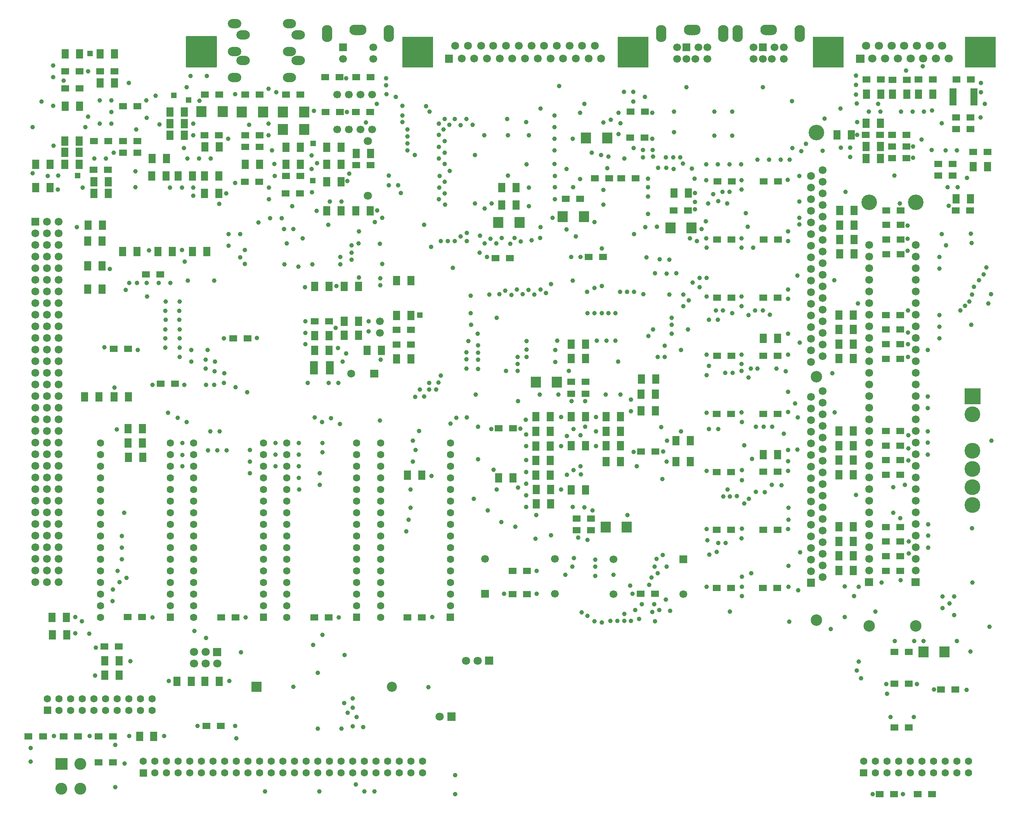
<source format=gbr>
%FSLAX34Y34*%
%MOMM*%
%LNSOLDERMASK_BOTTOM*%
G71*
G01*
%ADD10C,1.000*%
%ADD11C,1.600*%
%ADD12C,1.700*%
%ADD13C,1.800*%
%ADD14C,1.720*%
%ADD15C,1.720*%
%ADD16C,3.400*%
%ADD17C,2.500*%
%ADD18C,3.400*%
%ADD19C,2.500*%
%ADD20C,1.720*%
%ADD21C,2.200*%
%ADD22C,2.000*%
%ADD23C,2.300*%
%ADD24C,3.450*%
%ADD25C,2.600*%
%ADD26C,1.800*%
%ADD27R,1.600X2.000*%
%ADD28R,1.800X1.450*%
%ADD29R,2.200X2.400*%
%ADD30R,1.800X3.000*%
%ADD31R,1.500X3.700*%
%ADD32R,1.200X1.200*%
%ADD33C,0.400*%
%LPD*%
X2022839Y1506250D02*
G54D10*
D03*
X198854Y1533933D02*
G54D10*
D03*
X130195Y203933D02*
G54D10*
D03*
X1955581Y245151D02*
G54D10*
D03*
X948366Y975274D02*
G54D10*
D03*
G36*
X987138Y454831D02*
X987138Y470831D01*
X1003138Y470831D01*
X1003138Y454831D01*
X987138Y454831D01*
G37*
X995138Y488231D02*
G54D11*
D03*
X995138Y513631D02*
G54D11*
D03*
X995138Y539031D02*
G54D11*
D03*
X995138Y564431D02*
G54D11*
D03*
X995138Y589831D02*
G54D11*
D03*
X995138Y615231D02*
G54D11*
D03*
X995138Y640631D02*
G54D11*
D03*
X995138Y666031D02*
G54D11*
D03*
X995138Y691431D02*
G54D11*
D03*
X995138Y716831D02*
G54D11*
D03*
X995138Y742231D02*
G54D11*
D03*
X995138Y767631D02*
G54D11*
D03*
X995138Y793031D02*
G54D11*
D03*
X995138Y818431D02*
G54D11*
D03*
X995138Y843831D02*
G54D11*
D03*
X842738Y843831D02*
G54D11*
D03*
X842738Y818431D02*
G54D11*
D03*
X842738Y793031D02*
G54D11*
D03*
X842738Y767631D02*
G54D11*
D03*
X842738Y742231D02*
G54D11*
D03*
X842738Y716831D02*
G54D11*
D03*
X842738Y691431D02*
G54D11*
D03*
X842738Y666031D02*
G54D11*
D03*
X842738Y640631D02*
G54D11*
D03*
X842738Y615231D02*
G54D11*
D03*
X842738Y589831D02*
G54D11*
D03*
X842738Y564431D02*
G54D11*
D03*
X842738Y539031D02*
G54D11*
D03*
X842738Y513631D02*
G54D11*
D03*
X842738Y488231D02*
G54D11*
D03*
X842738Y462831D02*
G54D11*
D03*
G36*
X782351Y454831D02*
X782351Y470831D01*
X798351Y470831D01*
X798351Y454831D01*
X782351Y454831D01*
G37*
X790351Y488231D02*
G54D11*
D03*
X790351Y513631D02*
G54D11*
D03*
X790351Y539031D02*
G54D11*
D03*
X790351Y564431D02*
G54D11*
D03*
X790351Y589831D02*
G54D11*
D03*
X790351Y615231D02*
G54D11*
D03*
X790351Y640631D02*
G54D11*
D03*
X790351Y666031D02*
G54D11*
D03*
X790351Y691431D02*
G54D11*
D03*
X790351Y716831D02*
G54D11*
D03*
X790351Y742231D02*
G54D11*
D03*
X790351Y767631D02*
G54D11*
D03*
X790351Y793031D02*
G54D11*
D03*
X790351Y818431D02*
G54D11*
D03*
X790351Y843831D02*
G54D11*
D03*
X637951Y843831D02*
G54D11*
D03*
X637951Y818431D02*
G54D11*
D03*
X637951Y793031D02*
G54D11*
D03*
X637951Y767631D02*
G54D11*
D03*
X637951Y742231D02*
G54D11*
D03*
X637951Y716831D02*
G54D11*
D03*
X637951Y691431D02*
G54D11*
D03*
X637951Y666031D02*
G54D11*
D03*
X637951Y640631D02*
G54D11*
D03*
X637951Y615231D02*
G54D11*
D03*
X637951Y589831D02*
G54D11*
D03*
X637951Y564431D02*
G54D11*
D03*
X637951Y539031D02*
G54D11*
D03*
X637951Y513631D02*
G54D11*
D03*
X637951Y488231D02*
G54D11*
D03*
X637951Y462831D02*
G54D11*
D03*
G36*
X579151Y454831D02*
X579151Y470831D01*
X595151Y470831D01*
X595151Y454831D01*
X579151Y454831D01*
G37*
X587151Y488231D02*
G54D11*
D03*
X587151Y513631D02*
G54D11*
D03*
X587151Y539031D02*
G54D11*
D03*
X587151Y564431D02*
G54D11*
D03*
X587151Y589831D02*
G54D11*
D03*
X587151Y615231D02*
G54D11*
D03*
X587151Y640631D02*
G54D11*
D03*
X587151Y666031D02*
G54D11*
D03*
X587151Y691431D02*
G54D11*
D03*
X587151Y716831D02*
G54D11*
D03*
X587151Y742231D02*
G54D11*
D03*
X587151Y767631D02*
G54D11*
D03*
X587151Y793031D02*
G54D11*
D03*
X587151Y818431D02*
G54D11*
D03*
X587151Y843831D02*
G54D11*
D03*
X434751Y843831D02*
G54D11*
D03*
X434751Y818431D02*
G54D11*
D03*
X434751Y793031D02*
G54D11*
D03*
X434751Y767631D02*
G54D11*
D03*
X434751Y742231D02*
G54D11*
D03*
X434751Y716831D02*
G54D11*
D03*
X434751Y691431D02*
G54D11*
D03*
X434751Y666031D02*
G54D11*
D03*
X434751Y640631D02*
G54D11*
D03*
X434751Y615231D02*
G54D11*
D03*
X434751Y589831D02*
G54D11*
D03*
X434751Y564431D02*
G54D11*
D03*
X434751Y539031D02*
G54D11*
D03*
X434751Y513631D02*
G54D11*
D03*
X434751Y488231D02*
G54D11*
D03*
X434751Y462831D02*
G54D11*
D03*
G36*
X375951Y454831D02*
X375951Y470831D01*
X391951Y470831D01*
X391951Y454831D01*
X375951Y454831D01*
G37*
X383951Y488231D02*
G54D11*
D03*
X383951Y513631D02*
G54D11*
D03*
X383951Y539031D02*
G54D11*
D03*
X383951Y564431D02*
G54D11*
D03*
X383951Y589831D02*
G54D11*
D03*
X383951Y615231D02*
G54D11*
D03*
X383951Y640631D02*
G54D11*
D03*
X383951Y666031D02*
G54D11*
D03*
X383951Y691431D02*
G54D11*
D03*
X383951Y716831D02*
G54D11*
D03*
X383951Y742231D02*
G54D11*
D03*
X383951Y767631D02*
G54D11*
D03*
X383951Y793031D02*
G54D11*
D03*
X383951Y818431D02*
G54D11*
D03*
X383951Y843831D02*
G54D11*
D03*
X231551Y843831D02*
G54D11*
D03*
X231551Y818431D02*
G54D11*
D03*
X231551Y793031D02*
G54D11*
D03*
X231551Y767631D02*
G54D11*
D03*
X231551Y742231D02*
G54D11*
D03*
X231551Y716831D02*
G54D11*
D03*
X231551Y691431D02*
G54D11*
D03*
X231551Y666031D02*
G54D11*
D03*
X231551Y640631D02*
G54D11*
D03*
X231551Y615231D02*
G54D11*
D03*
X231551Y589831D02*
G54D11*
D03*
X231551Y564431D02*
G54D11*
D03*
X231551Y539031D02*
G54D11*
D03*
X231551Y513631D02*
G54D11*
D03*
X231551Y488231D02*
G54D11*
D03*
X231551Y462831D02*
G54D11*
D03*
X1070200Y590350D02*
G54D12*
D03*
X1222600Y590350D02*
G54D12*
D03*
X1222601Y514150D02*
G54D12*
D03*
G36*
X1061700Y522650D02*
X1078700Y522650D01*
X1078700Y505650D01*
X1061700Y505650D01*
X1061700Y522650D01*
G37*
X1503236Y513765D02*
G54D12*
D03*
X1350835Y513765D02*
G54D12*
D03*
X1350835Y589965D02*
G54D12*
D03*
G36*
X1511736Y581465D02*
X1494736Y581465D01*
X1494736Y598465D01*
X1511736Y598465D01*
X1511736Y581465D01*
G37*
G36*
X1888750Y131158D02*
X1904750Y131158D01*
X1904750Y115158D01*
X1888750Y115158D01*
X1888750Y131158D01*
G37*
X1896750Y148558D02*
G54D11*
D03*
X1922150Y123158D02*
G54D11*
D03*
X1922150Y148558D02*
G54D11*
D03*
X1947550Y123158D02*
G54D11*
D03*
X1947550Y148558D02*
G54D11*
D03*
X1972950Y123158D02*
G54D11*
D03*
X1972950Y148558D02*
G54D11*
D03*
X1998350Y123158D02*
G54D11*
D03*
X1998350Y148558D02*
G54D11*
D03*
X2023750Y123158D02*
G54D11*
D03*
X2023750Y148558D02*
G54D11*
D03*
X2049150Y123158D02*
G54D11*
D03*
X2049150Y148558D02*
G54D11*
D03*
X2074550Y123158D02*
G54D11*
D03*
X2074550Y148558D02*
G54D11*
D03*
X2099950Y123158D02*
G54D11*
D03*
X2099950Y148558D02*
G54D11*
D03*
X2125350Y123158D02*
G54D11*
D03*
X2125350Y148558D02*
G54D11*
D03*
G36*
X107575Y267683D02*
X123575Y267683D01*
X123575Y251683D01*
X107575Y251683D01*
X107575Y267683D01*
G37*
X115575Y285083D02*
G54D11*
D03*
X140975Y259683D02*
G54D11*
D03*
X140975Y285083D02*
G54D11*
D03*
X166375Y259683D02*
G54D11*
D03*
X166375Y285083D02*
G54D11*
D03*
X191775Y259683D02*
G54D11*
D03*
X191775Y285083D02*
G54D11*
D03*
X217175Y259683D02*
G54D11*
D03*
X217175Y285083D02*
G54D11*
D03*
X242575Y259683D02*
G54D11*
D03*
X242575Y285083D02*
G54D11*
D03*
X267975Y259683D02*
G54D11*
D03*
X267975Y285083D02*
G54D11*
D03*
X293375Y259683D02*
G54D11*
D03*
X293375Y285083D02*
G54D11*
D03*
X318775Y259683D02*
G54D11*
D03*
X318775Y285083D02*
G54D11*
D03*
X344175Y259683D02*
G54D11*
D03*
X344175Y285083D02*
G54D11*
D03*
G36*
X316758Y130865D02*
X332758Y130865D01*
X332758Y114865D01*
X316758Y114865D01*
X316758Y130865D01*
G37*
X324758Y148265D02*
G54D11*
D03*
X350158Y122865D02*
G54D11*
D03*
X350158Y148265D02*
G54D11*
D03*
X375557Y122865D02*
G54D11*
D03*
X375558Y148265D02*
G54D11*
D03*
X400957Y122865D02*
G54D11*
D03*
X400958Y148265D02*
G54D11*
D03*
X426358Y122865D02*
G54D11*
D03*
X426358Y148265D02*
G54D11*
D03*
X451758Y122865D02*
G54D11*
D03*
X451758Y148265D02*
G54D11*
D03*
X477157Y122865D02*
G54D11*
D03*
X477158Y148265D02*
G54D11*
D03*
X502558Y122865D02*
G54D11*
D03*
X502558Y148265D02*
G54D11*
D03*
X527958Y122865D02*
G54D11*
D03*
X527958Y148265D02*
G54D11*
D03*
X553358Y122865D02*
G54D11*
D03*
X553358Y148265D02*
G54D11*
D03*
X578758Y122865D02*
G54D11*
D03*
X578758Y148265D02*
G54D11*
D03*
X604158Y122865D02*
G54D11*
D03*
X604158Y148265D02*
G54D11*
D03*
X629558Y122865D02*
G54D11*
D03*
X629558Y148265D02*
G54D11*
D03*
X654958Y122865D02*
G54D11*
D03*
X654958Y148265D02*
G54D11*
D03*
X680358Y122865D02*
G54D11*
D03*
X680358Y148265D02*
G54D11*
D03*
X705758Y122865D02*
G54D11*
D03*
X705758Y148265D02*
G54D11*
D03*
X731158Y122865D02*
G54D11*
D03*
X731158Y148265D02*
G54D11*
D03*
X756558Y122865D02*
G54D11*
D03*
X756558Y148265D02*
G54D11*
D03*
X781958Y122865D02*
G54D11*
D03*
X781958Y148265D02*
G54D11*
D03*
X807358Y122865D02*
G54D11*
D03*
X807358Y148265D02*
G54D11*
D03*
X832758Y122865D02*
G54D11*
D03*
X832758Y148265D02*
G54D11*
D03*
X858158Y122865D02*
G54D11*
D03*
X858158Y148265D02*
G54D11*
D03*
X883558Y122865D02*
G54D11*
D03*
X883558Y148265D02*
G54D11*
D03*
X908958Y122865D02*
G54D11*
D03*
X908958Y148265D02*
G54D11*
D03*
X934358Y122865D02*
G54D11*
D03*
X934358Y148265D02*
G54D11*
D03*
G36*
X1898252Y1674208D02*
X1880252Y1674208D01*
X1880252Y1692208D01*
X1898252Y1692208D01*
X1898252Y1674208D01*
G37*
X1915952Y1683208D02*
G54D13*
D03*
X1943652Y1683208D02*
G54D13*
D03*
X1971352Y1683208D02*
G54D13*
D03*
X1998952Y1683208D02*
G54D13*
D03*
X2026652Y1683208D02*
G54D13*
D03*
X2054352Y1683208D02*
G54D13*
D03*
X2082052Y1683208D02*
G54D13*
D03*
X1902252Y1711608D02*
G54D13*
D03*
X1929952Y1711608D02*
G54D13*
D03*
X1957552Y1711608D02*
G54D13*
D03*
X1985252Y1711608D02*
G54D13*
D03*
X2012952Y1711608D02*
G54D13*
D03*
X2040652Y1711608D02*
G54D13*
D03*
X2068352Y1711608D02*
G54D13*
D03*
G36*
X2117560Y1731147D02*
X2184560Y1731147D01*
X2184560Y1664147D01*
X2117560Y1664147D01*
X2117560Y1731147D01*
G37*
G36*
X1785772Y1731147D02*
X1852772Y1731147D01*
X1852772Y1664147D01*
X1785772Y1664147D01*
X1785772Y1731147D01*
G37*
G36*
X1360324Y1731147D02*
X1427324Y1731147D01*
X1427324Y1664147D01*
X1360324Y1664147D01*
X1360324Y1731147D01*
G37*
G36*
X890424Y1731147D02*
X957424Y1731147D01*
X957424Y1664147D01*
X890424Y1664147D01*
X890424Y1731147D01*
G37*
G36*
X1000341Y1674608D02*
X983141Y1674608D01*
X983141Y1691808D01*
X1000341Y1691808D01*
X1000341Y1674608D01*
G37*
X1019441Y1683208D02*
G54D14*
D03*
X1047041Y1683208D02*
G54D14*
D03*
X1074741Y1683208D02*
G54D14*
D03*
X1102441Y1683208D02*
G54D14*
D03*
X1130141Y1683208D02*
G54D14*
D03*
X1157841Y1683208D02*
G54D14*
D03*
X1185541Y1683208D02*
G54D14*
D03*
X1213241Y1683208D02*
G54D14*
D03*
X1240841Y1683208D02*
G54D14*
D03*
X1268541Y1683208D02*
G54D14*
D03*
X1296241Y1683208D02*
G54D14*
D03*
X1323941Y1683208D02*
G54D14*
D03*
X1005641Y1711608D02*
G54D14*
D03*
X1033341Y1711608D02*
G54D14*
D03*
X1062041Y1711608D02*
G54D14*
D03*
X1088741Y1711608D02*
G54D14*
D03*
X1116441Y1711608D02*
G54D14*
D03*
X1144141Y1711608D02*
G54D14*
D03*
X1171841Y1711608D02*
G54D14*
D03*
X1199441Y1711608D02*
G54D14*
D03*
X1227141Y1711608D02*
G54D14*
D03*
X1254841Y1711608D02*
G54D14*
D03*
X1282541Y1711608D02*
G54D14*
D03*
X1310241Y1711608D02*
G54D14*
D03*
G36*
X2001400Y530950D02*
X2001400Y548150D01*
X2018600Y548150D01*
X2018600Y530950D01*
X2001400Y530950D01*
G37*
X2010000Y564950D02*
G54D15*
D03*
X2010000Y590350D02*
G54D15*
D03*
X2010000Y615750D02*
G54D15*
D03*
X2010000Y641150D02*
G54D15*
D03*
X2010000Y666550D02*
G54D15*
D03*
X2010000Y691950D02*
G54D15*
D03*
X2010000Y717350D02*
G54D15*
D03*
X2010000Y742750D02*
G54D15*
D03*
X2010000Y768150D02*
G54D15*
D03*
X2010000Y793550D02*
G54D15*
D03*
X2010000Y818950D02*
G54D15*
D03*
X2010000Y844350D02*
G54D15*
D03*
X2010000Y869750D02*
G54D15*
D03*
X2010000Y895150D02*
G54D15*
D03*
X2010000Y920550D02*
G54D15*
D03*
X2010000Y945950D02*
G54D15*
D03*
X2010000Y971350D02*
G54D15*
D03*
X2010000Y996750D02*
G54D15*
D03*
X2010000Y1022150D02*
G54D15*
D03*
X2010000Y1047550D02*
G54D15*
D03*
X2010000Y1072950D02*
G54D15*
D03*
X2010000Y1098350D02*
G54D15*
D03*
X2010000Y1123750D02*
G54D15*
D03*
X2010000Y1149150D02*
G54D15*
D03*
X2010000Y1174550D02*
G54D15*
D03*
X2010000Y1199950D02*
G54D15*
D03*
X2010000Y1225350D02*
G54D15*
D03*
X2010000Y1250750D02*
G54D15*
D03*
X2010000Y1276150D02*
G54D15*
D03*
G36*
X1899800Y530950D02*
X1899800Y548150D01*
X1917000Y548150D01*
X1917000Y530950D01*
X1899800Y530950D01*
G37*
X1908400Y564950D02*
G54D15*
D03*
X1908400Y590350D02*
G54D15*
D03*
X1908400Y615750D02*
G54D15*
D03*
X1908400Y641150D02*
G54D15*
D03*
X1908400Y666550D02*
G54D15*
D03*
X1908400Y691950D02*
G54D15*
D03*
X1908400Y717350D02*
G54D15*
D03*
X1908400Y742750D02*
G54D15*
D03*
X1908400Y768150D02*
G54D15*
D03*
X1908400Y793550D02*
G54D15*
D03*
X1908400Y818950D02*
G54D15*
D03*
X1908400Y844350D02*
G54D15*
D03*
X1908400Y869750D02*
G54D15*
D03*
X1908400Y895150D02*
G54D15*
D03*
X1908400Y920550D02*
G54D15*
D03*
X1908400Y945950D02*
G54D15*
D03*
X1908400Y971350D02*
G54D15*
D03*
X1908400Y996750D02*
G54D15*
D03*
X1908400Y1022150D02*
G54D15*
D03*
X1908400Y1047550D02*
G54D15*
D03*
X1908400Y1072950D02*
G54D15*
D03*
X1908400Y1098350D02*
G54D15*
D03*
X1908400Y1123750D02*
G54D15*
D03*
X1908400Y1149150D02*
G54D15*
D03*
X1908400Y1174550D02*
G54D15*
D03*
X1908400Y1199950D02*
G54D15*
D03*
X1908400Y1225350D02*
G54D15*
D03*
X1908400Y1250750D02*
G54D15*
D03*
X1908400Y1276150D02*
G54D15*
D03*
X1908400Y1369812D02*
G54D16*
D03*
X2010000Y1369812D02*
G54D16*
D03*
X1908400Y444300D02*
G54D17*
D03*
X2010000Y444300D02*
G54D17*
D03*
X1781674Y716222D02*
G54D15*
D03*
X1781674Y741622D02*
G54D15*
D03*
X1781674Y767022D02*
G54D15*
D03*
X1781674Y792422D02*
G54D15*
D03*
X1781674Y817822D02*
G54D15*
D03*
X1781674Y843222D02*
G54D15*
D03*
X1781674Y868622D02*
G54D15*
D03*
X1781674Y894022D02*
G54D15*
D03*
X1781674Y919422D02*
G54D15*
D03*
X1781674Y944822D02*
G54D15*
D03*
X1781674Y1021022D02*
G54D15*
D03*
X1781674Y1046422D02*
G54D15*
D03*
X1781674Y1071822D02*
G54D15*
D03*
X1781674Y1097222D02*
G54D15*
D03*
X1781674Y1122622D02*
G54D15*
D03*
X1781674Y1148022D02*
G54D15*
D03*
X1781674Y1173422D02*
G54D15*
D03*
X1781674Y1198822D02*
G54D15*
D03*
X1781674Y1224222D02*
G54D15*
D03*
X1781674Y1249622D02*
G54D15*
D03*
X1781674Y1275022D02*
G54D15*
D03*
X1781674Y1300422D02*
G54D15*
D03*
X1781674Y1325822D02*
G54D15*
D03*
X1781674Y1351222D02*
G54D15*
D03*
X1781674Y1376622D02*
G54D15*
D03*
X1781674Y1402022D02*
G54D15*
D03*
X1781674Y1427422D02*
G54D15*
D03*
X1807074Y728922D02*
G54D15*
D03*
X1807074Y754322D02*
G54D15*
D03*
X1807074Y779722D02*
G54D15*
D03*
X1807074Y805122D02*
G54D15*
D03*
X1807074Y830522D02*
G54D15*
D03*
X1807074Y855922D02*
G54D15*
D03*
X1807074Y881322D02*
G54D15*
D03*
X1807074Y906722D02*
G54D15*
D03*
X1807074Y932122D02*
G54D15*
D03*
X1807074Y957522D02*
G54D15*
D03*
X1807074Y1033722D02*
G54D15*
D03*
X1807074Y1059122D02*
G54D15*
D03*
X1807074Y1084522D02*
G54D15*
D03*
X1807074Y1109922D02*
G54D15*
D03*
X1807074Y1135322D02*
G54D15*
D03*
X1807074Y1160722D02*
G54D15*
D03*
X1807074Y1186122D02*
G54D15*
D03*
X1807074Y1211522D02*
G54D15*
D03*
X1807074Y1236922D02*
G54D15*
D03*
X1807074Y1262322D02*
G54D15*
D03*
X1807074Y1287722D02*
G54D15*
D03*
X1807074Y1313122D02*
G54D15*
D03*
X1807074Y1338522D02*
G54D15*
D03*
X1807074Y1363922D02*
G54D15*
D03*
X1807074Y1389322D02*
G54D15*
D03*
X1807074Y1414722D02*
G54D15*
D03*
X1807074Y1440122D02*
G54D15*
D03*
G36*
X1773074Y529822D02*
X1773074Y547022D01*
X1790274Y547022D01*
X1790274Y529822D01*
X1773074Y529822D01*
G37*
X1781674Y563822D02*
G54D15*
D03*
X1781674Y589222D02*
G54D15*
D03*
X1781674Y614622D02*
G54D15*
D03*
X1781674Y640022D02*
G54D15*
D03*
X1781674Y665422D02*
G54D15*
D03*
X1781674Y690822D02*
G54D15*
D03*
X1807074Y551122D02*
G54D15*
D03*
X1807074Y576522D02*
G54D15*
D03*
X1807074Y601922D02*
G54D15*
D03*
X1807074Y627322D02*
G54D15*
D03*
X1807074Y652722D02*
G54D15*
D03*
X1807074Y678122D02*
G54D15*
D03*
X1807074Y703522D02*
G54D15*
D03*
X1793306Y1522212D02*
G54D18*
D03*
X1793306Y988812D02*
G54D19*
D03*
X1793306Y457000D02*
G54D19*
D03*
X139925Y590350D02*
G54D20*
D03*
X139925Y615750D02*
G54D20*
D03*
X139925Y641150D02*
G54D20*
D03*
X139925Y666550D02*
G54D20*
D03*
X139925Y691950D02*
G54D20*
D03*
X139925Y717350D02*
G54D20*
D03*
X139925Y742750D02*
G54D20*
D03*
X139925Y768150D02*
G54D20*
D03*
X139925Y793550D02*
G54D20*
D03*
X139925Y818950D02*
G54D20*
D03*
X139925Y844350D02*
G54D20*
D03*
X139925Y869750D02*
G54D20*
D03*
X139925Y895150D02*
G54D20*
D03*
X139925Y920550D02*
G54D20*
D03*
X139925Y945950D02*
G54D20*
D03*
X139925Y971350D02*
G54D20*
D03*
X139925Y996750D02*
G54D20*
D03*
X139925Y1022150D02*
G54D20*
D03*
X139925Y1047550D02*
G54D20*
D03*
X139925Y1072950D02*
G54D20*
D03*
X139925Y1098350D02*
G54D20*
D03*
X139925Y1123750D02*
G54D20*
D03*
X139925Y1149150D02*
G54D20*
D03*
X139925Y1174550D02*
G54D20*
D03*
X139925Y1199950D02*
G54D20*
D03*
X139925Y1225350D02*
G54D20*
D03*
X139925Y1250750D02*
G54D20*
D03*
X139925Y1276150D02*
G54D20*
D03*
X139925Y1301550D02*
G54D20*
D03*
X139925Y1326950D02*
G54D20*
D03*
X114525Y590350D02*
G54D20*
D03*
X114525Y615750D02*
G54D20*
D03*
X114525Y641150D02*
G54D20*
D03*
X114525Y666550D02*
G54D20*
D03*
X114525Y691950D02*
G54D20*
D03*
X114525Y717350D02*
G54D20*
D03*
X114525Y742750D02*
G54D20*
D03*
X114525Y768150D02*
G54D20*
D03*
X114525Y793550D02*
G54D20*
D03*
X114525Y818950D02*
G54D20*
D03*
X114525Y844350D02*
G54D20*
D03*
X114525Y869750D02*
G54D20*
D03*
X114525Y895150D02*
G54D20*
D03*
X114525Y920550D02*
G54D20*
D03*
X114525Y945950D02*
G54D20*
D03*
X114525Y971350D02*
G54D20*
D03*
X114525Y996750D02*
G54D20*
D03*
X114525Y1022150D02*
G54D20*
D03*
X114525Y1047550D02*
G54D20*
D03*
X114525Y1072950D02*
G54D20*
D03*
X114525Y1098350D02*
G54D20*
D03*
X114525Y1123750D02*
G54D20*
D03*
X114525Y1149150D02*
G54D20*
D03*
X114525Y1174550D02*
G54D20*
D03*
X114525Y1199950D02*
G54D20*
D03*
X114525Y1225350D02*
G54D20*
D03*
X114525Y1250750D02*
G54D20*
D03*
X114525Y1276150D02*
G54D20*
D03*
X114525Y1301550D02*
G54D20*
D03*
X114525Y1326950D02*
G54D20*
D03*
X89125Y590350D02*
G54D20*
D03*
X89125Y615750D02*
G54D20*
D03*
X89125Y641150D02*
G54D20*
D03*
X89125Y666550D02*
G54D20*
D03*
X89125Y691950D02*
G54D20*
D03*
X89125Y717350D02*
G54D20*
D03*
X89125Y742750D02*
G54D20*
D03*
X89125Y768150D02*
G54D20*
D03*
X89125Y793550D02*
G54D20*
D03*
X89125Y818950D02*
G54D20*
D03*
X89125Y844350D02*
G54D20*
D03*
X89125Y869750D02*
G54D20*
D03*
X89125Y895150D02*
G54D20*
D03*
X89125Y920550D02*
G54D20*
D03*
X89125Y945950D02*
G54D20*
D03*
X89125Y971350D02*
G54D20*
D03*
X89125Y996750D02*
G54D20*
D03*
X89125Y1022150D02*
G54D20*
D03*
X89125Y1047550D02*
G54D20*
D03*
X89125Y1072950D02*
G54D20*
D03*
X89125Y1098350D02*
G54D20*
D03*
X89125Y1123750D02*
G54D20*
D03*
X89125Y1149150D02*
G54D20*
D03*
X89125Y1174550D02*
G54D20*
D03*
X89125Y1199950D02*
G54D20*
D03*
X89125Y1225350D02*
G54D20*
D03*
X89125Y1250750D02*
G54D20*
D03*
X89125Y1276150D02*
G54D20*
D03*
X89125Y1301550D02*
G54D20*
D03*
G36*
X80525Y1318350D02*
X80525Y1335550D01*
X97725Y1335550D01*
X97725Y1318350D01*
X80525Y1318350D01*
G37*
X139925Y539550D02*
G54D20*
D03*
X139925Y564950D02*
G54D20*
D03*
X114525Y539550D02*
G54D20*
D03*
X114525Y564950D02*
G54D20*
D03*
X89125Y539550D02*
G54D20*
D03*
X89125Y564950D02*
G54D20*
D03*
G36*
X495000Y378150D02*
X477000Y378150D01*
X477000Y396150D01*
X495000Y396150D01*
X495000Y378150D01*
G37*
X486000Y361750D02*
G54D13*
D03*
X460600Y387150D02*
G54D13*
D03*
X460600Y361750D02*
G54D13*
D03*
X435200Y387150D02*
G54D13*
D03*
X435200Y361750D02*
G54D13*
D03*
X840806Y1109859D02*
G54D12*
D03*
X840806Y1084459D02*
G54D12*
D03*
G36*
X1088725Y359100D02*
X1070725Y359100D01*
X1070725Y377100D01*
X1088725Y377100D01*
X1088725Y359100D01*
G37*
X1054325Y368100D02*
G54D13*
D03*
X1028925Y368100D02*
G54D13*
D03*
G36*
X1006175Y236862D02*
X988175Y236862D01*
X988175Y254862D01*
X1006175Y254862D01*
X1006175Y236862D01*
G37*
X971775Y245862D02*
G54D13*
D03*
X867000Y310950D02*
G54D21*
D03*
G36*
X560725Y321950D02*
X582725Y321950D01*
X582725Y299950D01*
X560725Y299950D01*
X560725Y321950D01*
G37*
G36*
X837500Y986562D02*
X820300Y986562D01*
X820300Y1003762D01*
X837500Y1003762D01*
X837500Y986562D01*
G37*
X778100Y995163D02*
G54D15*
D03*
X747938Y1604762D02*
G54D12*
D03*
X773338Y1604762D02*
G54D12*
D03*
X798738Y1604762D02*
G54D12*
D03*
X824138Y1604762D02*
G54D12*
D03*
X747938Y1528562D02*
G54D12*
D03*
X773338Y1528562D02*
G54D12*
D03*
X798738Y1528562D02*
G54D12*
D03*
X824137Y1528562D02*
G54D12*
D03*
X519301Y1641918D02*
G54D22*
D03*
X520301Y1641918D02*
G54D22*
D03*
X521301Y1641918D02*
G54D22*
D03*
X522301Y1641918D02*
G54D22*
D03*
X523301Y1641918D02*
G54D22*
D03*
X524301Y1641918D02*
G54D22*
D03*
X525301Y1641918D02*
G54D22*
D03*
X526301Y1641918D02*
G54D22*
D03*
X527301Y1641918D02*
G54D22*
D03*
X528301Y1641918D02*
G54D22*
D03*
X538351Y1679224D02*
G54D22*
D03*
X539351Y1679224D02*
G54D22*
D03*
X540351Y1679224D02*
G54D22*
D03*
X541351Y1679224D02*
G54D22*
D03*
X542351Y1679224D02*
G54D22*
D03*
X543351Y1679224D02*
G54D22*
D03*
X544351Y1679224D02*
G54D22*
D03*
X545351Y1679224D02*
G54D22*
D03*
X546351Y1679224D02*
G54D22*
D03*
X547351Y1679224D02*
G54D22*
D03*
X519301Y1699068D02*
G54D22*
D03*
X520301Y1699068D02*
G54D22*
D03*
X521301Y1699068D02*
G54D22*
D03*
X522301Y1699068D02*
G54D22*
D03*
X523301Y1699068D02*
G54D22*
D03*
X524301Y1699068D02*
G54D22*
D03*
X525301Y1699068D02*
G54D22*
D03*
X526301Y1699068D02*
G54D22*
D03*
X527301Y1699068D02*
G54D22*
D03*
X528301Y1699068D02*
G54D22*
D03*
X538351Y1735580D02*
G54D22*
D03*
X539351Y1735580D02*
G54D22*
D03*
X540351Y1735580D02*
G54D22*
D03*
X541351Y1735580D02*
G54D22*
D03*
X542351Y1735580D02*
G54D22*
D03*
X543351Y1735580D02*
G54D22*
D03*
X544351Y1735580D02*
G54D22*
D03*
X545351Y1735580D02*
G54D22*
D03*
X546351Y1735580D02*
G54D22*
D03*
X547351Y1735580D02*
G54D22*
D03*
X519301Y1759393D02*
G54D22*
D03*
X520301Y1759393D02*
G54D22*
D03*
X521301Y1759393D02*
G54D22*
D03*
X522301Y1759393D02*
G54D22*
D03*
X523301Y1759393D02*
G54D22*
D03*
X524301Y1759393D02*
G54D22*
D03*
X525301Y1759393D02*
G54D22*
D03*
X526301Y1759393D02*
G54D22*
D03*
X527301Y1759393D02*
G54D22*
D03*
X528301Y1759393D02*
G54D22*
D03*
X639426Y1641918D02*
G54D22*
D03*
X640426Y1641918D02*
G54D22*
D03*
X641426Y1641918D02*
G54D22*
D03*
X642426Y1641918D02*
G54D22*
D03*
X643426Y1641918D02*
G54D22*
D03*
X644426Y1641918D02*
G54D22*
D03*
X645426Y1641918D02*
G54D22*
D03*
X646426Y1641918D02*
G54D22*
D03*
X647426Y1641918D02*
G54D22*
D03*
X648426Y1641918D02*
G54D22*
D03*
X658476Y1679224D02*
G54D22*
D03*
X659476Y1679224D02*
G54D22*
D03*
X660476Y1679224D02*
G54D22*
D03*
X661476Y1679224D02*
G54D22*
D03*
X662476Y1679224D02*
G54D22*
D03*
X663476Y1679224D02*
G54D22*
D03*
X664476Y1679224D02*
G54D22*
D03*
X665476Y1679224D02*
G54D22*
D03*
X666476Y1679224D02*
G54D22*
D03*
X667476Y1679224D02*
G54D22*
D03*
X639426Y1699068D02*
G54D22*
D03*
X640426Y1699068D02*
G54D22*
D03*
X641426Y1699068D02*
G54D22*
D03*
X642426Y1699068D02*
G54D22*
D03*
X643426Y1699068D02*
G54D22*
D03*
X644426Y1699068D02*
G54D22*
D03*
X645426Y1699068D02*
G54D22*
D03*
X646426Y1699068D02*
G54D22*
D03*
X647426Y1699068D02*
G54D22*
D03*
X648426Y1699068D02*
G54D22*
D03*
X658476Y1735580D02*
G54D22*
D03*
X659476Y1735580D02*
G54D22*
D03*
X660476Y1735580D02*
G54D22*
D03*
X661476Y1735580D02*
G54D22*
D03*
X662476Y1735580D02*
G54D22*
D03*
X663476Y1735580D02*
G54D22*
D03*
X664476Y1735580D02*
G54D22*
D03*
X665476Y1735580D02*
G54D22*
D03*
X666476Y1735580D02*
G54D22*
D03*
X667476Y1735580D02*
G54D22*
D03*
X639426Y1759393D02*
G54D22*
D03*
X640426Y1759393D02*
G54D22*
D03*
X641426Y1759393D02*
G54D22*
D03*
X642426Y1759393D02*
G54D22*
D03*
X643426Y1759393D02*
G54D22*
D03*
X644426Y1759393D02*
G54D22*
D03*
X645426Y1759393D02*
G54D22*
D03*
X646426Y1759393D02*
G54D22*
D03*
X647426Y1759393D02*
G54D22*
D03*
X648426Y1759393D02*
G54D22*
D03*
X1590259Y1745179D02*
G54D23*
D03*
X1590259Y1744179D02*
G54D23*
D03*
X1590259Y1743179D02*
G54D23*
D03*
X1590259Y1742179D02*
G54D23*
D03*
X1590259Y1741179D02*
G54D23*
D03*
X1590259Y1740179D02*
G54D23*
D03*
X1590259Y1739179D02*
G54D23*
D03*
X1590259Y1738179D02*
G54D23*
D03*
X1590259Y1737179D02*
G54D23*
D03*
X1590259Y1736179D02*
G54D23*
D03*
X1590259Y1735179D02*
G54D23*
D03*
X1590259Y1734179D02*
G54D23*
D03*
X1590259Y1733179D02*
G54D23*
D03*
X1590259Y1732179D02*
G54D23*
D03*
X1590259Y1731179D02*
G54D23*
D03*
X1455321Y1745179D02*
G54D23*
D03*
X1455321Y1744179D02*
G54D23*
D03*
X1455321Y1743179D02*
G54D23*
D03*
X1455321Y1742179D02*
G54D23*
D03*
X1455321Y1741179D02*
G54D23*
D03*
X1455321Y1740179D02*
G54D23*
D03*
X1455321Y1739179D02*
G54D23*
D03*
X1455321Y1738179D02*
G54D23*
D03*
X1455321Y1737179D02*
G54D23*
D03*
X1455321Y1736179D02*
G54D23*
D03*
X1455321Y1735179D02*
G54D23*
D03*
X1455321Y1734179D02*
G54D23*
D03*
X1455321Y1733179D02*
G54D23*
D03*
X1455321Y1732179D02*
G54D23*
D03*
X1455321Y1731179D02*
G54D23*
D03*
X1529790Y1746116D02*
G54D23*
D03*
X1528790Y1746116D02*
G54D23*
D03*
X1527790Y1746116D02*
G54D23*
D03*
X1526790Y1746116D02*
G54D23*
D03*
X1525790Y1746116D02*
G54D23*
D03*
X1524790Y1746116D02*
G54D23*
D03*
X1523790Y1746116D02*
G54D23*
D03*
X1522790Y1746116D02*
G54D23*
D03*
X1521790Y1746116D02*
G54D23*
D03*
X1520790Y1746116D02*
G54D23*
D03*
X1519790Y1746116D02*
G54D23*
D03*
X1518790Y1746116D02*
G54D23*
D03*
X1517790Y1746116D02*
G54D23*
D03*
X1516790Y1746116D02*
G54D23*
D03*
X1515790Y1746116D02*
G54D23*
D03*
X1489865Y1682822D02*
G54D12*
D03*
X1509865Y1682822D02*
G54D12*
D03*
X1529865Y1682822D02*
G54D12*
D03*
X1489865Y1707822D02*
G54D12*
D03*
G36*
X1501365Y1716322D02*
X1518365Y1716322D01*
X1518365Y1699322D01*
X1501365Y1699322D01*
X1501365Y1716322D01*
G37*
X1535865Y1707822D02*
G54D12*
D03*
X1555865Y1707822D02*
G54D12*
D03*
X1555865Y1682822D02*
G54D12*
D03*
X1756946Y1745179D02*
G54D23*
D03*
X1756946Y1744179D02*
G54D23*
D03*
X1756946Y1743179D02*
G54D23*
D03*
X1756946Y1742179D02*
G54D23*
D03*
X1756946Y1741179D02*
G54D23*
D03*
X1756946Y1740179D02*
G54D23*
D03*
X1756946Y1739179D02*
G54D23*
D03*
X1756946Y1738179D02*
G54D23*
D03*
X1756946Y1737179D02*
G54D23*
D03*
X1756946Y1736179D02*
G54D23*
D03*
X1756946Y1735179D02*
G54D23*
D03*
X1756946Y1734179D02*
G54D23*
D03*
X1756946Y1733179D02*
G54D23*
D03*
X1756946Y1732179D02*
G54D23*
D03*
X1756946Y1731179D02*
G54D23*
D03*
X1622009Y1745179D02*
G54D23*
D03*
X1622009Y1744179D02*
G54D23*
D03*
X1622009Y1743179D02*
G54D23*
D03*
X1622009Y1742179D02*
G54D23*
D03*
X1622009Y1741179D02*
G54D23*
D03*
X1622009Y1740179D02*
G54D23*
D03*
X1622009Y1739179D02*
G54D23*
D03*
X1622009Y1738179D02*
G54D23*
D03*
X1622009Y1737179D02*
G54D23*
D03*
X1622009Y1736179D02*
G54D23*
D03*
X1622009Y1735179D02*
G54D23*
D03*
X1622009Y1734179D02*
G54D23*
D03*
X1622009Y1733179D02*
G54D23*
D03*
X1622009Y1732179D02*
G54D23*
D03*
X1622009Y1731179D02*
G54D23*
D03*
X1696477Y1746116D02*
G54D23*
D03*
X1695478Y1746116D02*
G54D23*
D03*
X1694478Y1746116D02*
G54D23*
D03*
X1693478Y1746116D02*
G54D23*
D03*
X1692478Y1746116D02*
G54D23*
D03*
X1691478Y1746116D02*
G54D23*
D03*
X1690477Y1746116D02*
G54D23*
D03*
X1689477Y1746116D02*
G54D23*
D03*
X1688478Y1746116D02*
G54D23*
D03*
X1687478Y1746116D02*
G54D23*
D03*
X1686478Y1746116D02*
G54D23*
D03*
X1685478Y1746116D02*
G54D23*
D03*
X1684478Y1746116D02*
G54D23*
D03*
X1683477Y1746116D02*
G54D23*
D03*
X1682477Y1746116D02*
G54D23*
D03*
X1656552Y1682822D02*
G54D12*
D03*
X1676552Y1682822D02*
G54D12*
D03*
X1696552Y1682822D02*
G54D12*
D03*
X1656552Y1707822D02*
G54D12*
D03*
G36*
X1668052Y1716322D02*
X1685052Y1716322D01*
X1685052Y1699322D01*
X1668052Y1699322D01*
X1668052Y1716322D01*
G37*
X1702552Y1707822D02*
G54D12*
D03*
X1722552Y1707822D02*
G54D12*
D03*
X1722552Y1682822D02*
G54D12*
D03*
X860803Y1745179D02*
G54D23*
D03*
X860803Y1744179D02*
G54D23*
D03*
X860803Y1743179D02*
G54D23*
D03*
X860803Y1742179D02*
G54D23*
D03*
X860803Y1741179D02*
G54D23*
D03*
X860803Y1740179D02*
G54D23*
D03*
X860803Y1739179D02*
G54D23*
D03*
X860803Y1738179D02*
G54D23*
D03*
X860803Y1737179D02*
G54D23*
D03*
X860803Y1736179D02*
G54D23*
D03*
X860803Y1735179D02*
G54D23*
D03*
X860803Y1734179D02*
G54D23*
D03*
X860803Y1733179D02*
G54D23*
D03*
X860803Y1732179D02*
G54D23*
D03*
X860803Y1731179D02*
G54D23*
D03*
X725865Y1745179D02*
G54D23*
D03*
X725865Y1744179D02*
G54D23*
D03*
X725865Y1743179D02*
G54D23*
D03*
X725865Y1742179D02*
G54D23*
D03*
X725865Y1741179D02*
G54D23*
D03*
X725865Y1740179D02*
G54D23*
D03*
X725865Y1739179D02*
G54D23*
D03*
X725865Y1738179D02*
G54D23*
D03*
X725865Y1737179D02*
G54D23*
D03*
X725865Y1736179D02*
G54D23*
D03*
X725865Y1735179D02*
G54D23*
D03*
X725865Y1734179D02*
G54D23*
D03*
X725865Y1733179D02*
G54D23*
D03*
X725865Y1732179D02*
G54D23*
D03*
X725865Y1731179D02*
G54D23*
D03*
X800334Y1746117D02*
G54D23*
D03*
X799334Y1746117D02*
G54D23*
D03*
X798334Y1746117D02*
G54D23*
D03*
X797334Y1746117D02*
G54D23*
D03*
X796334Y1746117D02*
G54D23*
D03*
X795334Y1746117D02*
G54D23*
D03*
X794334Y1746117D02*
G54D23*
D03*
X793334Y1746117D02*
G54D23*
D03*
X792334Y1746117D02*
G54D23*
D03*
X791334Y1746117D02*
G54D23*
D03*
X790334Y1746117D02*
G54D23*
D03*
X789334Y1746117D02*
G54D23*
D03*
X788334Y1746117D02*
G54D23*
D03*
X787334Y1746117D02*
G54D23*
D03*
X786334Y1746117D02*
G54D23*
D03*
X760409Y1682822D02*
G54D12*
D03*
G36*
X751909Y1716322D02*
X768909Y1716322D01*
X768909Y1699322D01*
X751909Y1699322D01*
X751909Y1716322D01*
G37*
X826409Y1707822D02*
G54D12*
D03*
X826409Y1682822D02*
G54D12*
D03*
X2134222Y707825D02*
G54D24*
D03*
X2134222Y747512D02*
G54D24*
D03*
X2134222Y787200D02*
G54D24*
D03*
X2134222Y826887D02*
G54D24*
D03*
X2134222Y906262D02*
G54D24*
D03*
G36*
X2116972Y963200D02*
X2151472Y963200D01*
X2151472Y928700D01*
X2116972Y928700D01*
X2116972Y963200D01*
G37*
G36*
X133274Y155674D02*
X159274Y155674D01*
X159274Y129674D01*
X133274Y129674D01*
X133274Y155674D01*
G37*
X187550Y142675D02*
G54D25*
D03*
X146275Y88700D02*
G54D25*
D03*
X187550Y88700D02*
G54D25*
D03*
X1509938Y1620638D02*
G54D10*
D03*
X1676625Y1620638D02*
G54D10*
D03*
X1740125Y1590475D02*
G54D10*
D03*
X1811562Y1552375D02*
G54D10*
D03*
X1846488Y1574600D02*
G54D10*
D03*
X1881412Y1585712D02*
G54D10*
D03*
X1879776Y1605196D02*
G54D10*
D03*
X1879825Y1626194D02*
G54D10*
D03*
X1879825Y1646038D02*
G54D10*
D03*
X1928244Y1584919D02*
G54D10*
D03*
X1933006Y1567456D02*
G54D10*
D03*
X1907606Y1567456D02*
G54D10*
D03*
X1882206Y1544437D02*
G54D10*
D03*
X1882206Y1516656D02*
G54D10*
D03*
X1978250Y1567456D02*
G54D10*
D03*
X2003650Y1567456D02*
G54D10*
D03*
X2028256Y1567456D02*
G54D10*
D03*
X2045719Y1569837D02*
G54D10*
D03*
X2066931Y1541897D02*
G54D10*
D03*
X2045167Y1483454D02*
G54D10*
D03*
X2075881Y1483319D02*
G54D10*
D03*
X2100487Y1483319D02*
G54D10*
D03*
X2004444Y1491256D02*
G54D10*
D03*
X2004444Y1466650D02*
G54D10*
D03*
X1552800Y1452362D02*
G54D10*
D03*
X1578200Y1452362D02*
G54D10*
D03*
X1603600Y1452362D02*
G54D10*
D03*
X1629000Y1452362D02*
G54D10*
D03*
X1664719Y1462681D02*
G54D10*
D03*
X1690119Y1462681D02*
G54D10*
D03*
X1715519Y1462681D02*
G54D10*
D03*
X1735362Y1462681D02*
G54D10*
D03*
X1740919Y1488081D02*
G54D10*
D03*
X1771081Y1497606D02*
G54D10*
D03*
X1760762Y1480938D02*
G54D10*
D03*
X1806800Y1481731D02*
G54D10*
D03*
X1847281Y1488875D02*
G54D10*
D03*
X1867125Y1488875D02*
G54D10*
D03*
X1867125Y1468238D02*
G54D10*
D03*
X1496444Y1467444D02*
G54D10*
D03*
X1481362Y1467444D02*
G54D10*
D03*
X1465488Y1467444D02*
G54D10*
D03*
X1527400Y1421406D02*
G54D10*
D03*
X1521844Y1442838D02*
G54D10*
D03*
X1502000Y1453950D02*
G54D10*
D03*
X1482156Y1442044D02*
G54D10*
D03*
X1466281Y1444425D02*
G54D10*
D03*
X1448025Y1444425D02*
G54D10*
D03*
X1436912Y1469031D02*
G54D10*
D03*
X1415481Y1467444D02*
G54D10*
D03*
X1415481Y1484112D02*
G54D10*
D03*
X1436119Y1484112D02*
G54D10*
D03*
X1528194Y1353938D02*
G54D10*
D03*
X1528194Y1370606D02*
G54D10*
D03*
X1528194Y1389656D02*
G54D10*
D03*
X1629794Y1417438D02*
G54D10*
D03*
X1629794Y1397594D02*
G54D10*
D03*
X1603600Y1392038D02*
G54D10*
D03*
X1588519Y1392038D02*
G54D10*
D03*
X1568675Y1387275D02*
G54D10*
D03*
X1598838Y1366638D02*
G54D10*
D03*
X1578994Y1372194D02*
G54D10*
D03*
X1557562Y1366638D02*
G54D10*
D03*
X1639319Y1346000D02*
G54D10*
D03*
X1644081Y1315838D02*
G54D10*
D03*
X1629794Y1290438D02*
G54D10*
D03*
X1629794Y1270594D02*
G54D10*
D03*
X1655194Y1270594D02*
G54D10*
D03*
X1730600Y1418231D02*
G54D10*
D03*
X1756000Y1426962D02*
G54D10*
D03*
X1756000Y1371400D02*
G54D10*
D03*
X1756000Y1335681D02*
G54D10*
D03*
X1756000Y1321394D02*
G54D10*
D03*
X1856806Y1392038D02*
G54D10*
D03*
X1963962Y1427756D02*
G54D10*
D03*
X1975281Y1366637D02*
G54D10*
D03*
X1425800Y1382512D02*
G54D10*
D03*
X1425800Y1402356D02*
G54D10*
D03*
X1425800Y1421406D02*
G54D10*
D03*
X1328963Y1396800D02*
G54D10*
D03*
X1328963Y1364256D02*
G54D10*
D03*
X1425800Y1344412D02*
G54D10*
D03*
X1445644Y1315838D02*
G54D10*
D03*
X1420244Y1315044D02*
G54D10*
D03*
X1395638Y1299962D02*
G54D10*
D03*
X1422625Y1249162D02*
G54D10*
D03*
X1451200Y1245194D02*
G54D10*
D03*
X1472631Y1244400D02*
G54D10*
D03*
X1467075Y1213444D02*
G54D10*
D03*
X1441675Y1214238D02*
G54D10*
D03*
X1487712Y1214238D02*
G54D10*
D03*
X1472631Y1168200D02*
G54D10*
D03*
X1502794Y1168200D02*
G54D10*
D03*
X1523431Y1194394D02*
G54D10*
D03*
X1538512Y1184075D02*
G54D10*
D03*
X1538512Y1204712D02*
G54D10*
D03*
X1553594Y1204712D02*
G54D10*
D03*
X1514700Y1155500D02*
G54D10*
D03*
X1502794Y1142800D02*
G54D10*
D03*
X1559150Y1112638D02*
G54D10*
D03*
X1578200Y1112638D02*
G54D10*
D03*
X1574231Y1133275D02*
G54D10*
D03*
X1589312Y1133275D02*
G54D10*
D03*
X1609950Y1127719D02*
G54D10*
D03*
X1629794Y1142800D02*
G54D10*
D03*
X1630587Y1163438D02*
G54D10*
D03*
X1645669Y1122956D02*
G54D10*
D03*
X1659956Y1133275D02*
G54D10*
D03*
X1676625Y1133275D02*
G54D10*
D03*
X1691706Y1123750D02*
G54D10*
D03*
X1731394Y1158675D02*
G54D10*
D03*
X1732187Y1179313D02*
G54D10*
D03*
X1752031Y1209475D02*
G54D10*
D03*
X1832200Y1199156D02*
G54D10*
D03*
X1731394Y1306312D02*
G54D10*
D03*
X1731394Y1284881D02*
G54D10*
D03*
X1732187Y1036437D02*
G54D10*
D03*
X1757588Y1062631D02*
G54D10*
D03*
X1726631Y1000719D02*
G54D10*
D03*
X1705994Y1006275D02*
G54D10*
D03*
X1665116Y1006275D02*
G54D10*
D03*
X1650431Y1006275D02*
G54D10*
D03*
X1645669Y986431D02*
G54D10*
D03*
X1630588Y1001512D02*
G54D10*
D03*
X1630587Y1016594D02*
G54D10*
D03*
X1630587Y1036437D02*
G54D10*
D03*
X1610744Y996750D02*
G54D10*
D03*
X1594869Y996750D02*
G54D10*
D03*
X1747269Y930075D02*
G54D10*
D03*
X1752825Y899912D02*
G54D10*
D03*
X1732187Y911025D02*
G54D10*
D03*
X1722662Y864194D02*
G54D10*
D03*
X1697262Y879275D02*
G54D10*
D03*
X1678212Y879275D02*
G54D10*
D03*
X1661544Y879275D02*
G54D10*
D03*
X1477394Y1117400D02*
G54D10*
D03*
X1477394Y1102319D02*
G54D10*
D03*
X1477394Y1082475D02*
G54D10*
D03*
X1513112Y1092000D02*
G54D10*
D03*
X1436912Y1092000D02*
G54D10*
D03*
X1426594Y1077712D02*
G54D10*
D03*
X1462312Y1056281D02*
G54D10*
D03*
X1498031Y1046756D02*
G54D10*
D03*
X1462312Y1031675D02*
G54D10*
D03*
X1447231Y1031675D02*
G54D10*
D03*
X1631381Y889594D02*
G54D10*
D03*
X1630587Y910231D02*
G54D10*
D03*
X1636144Y838794D02*
G54D10*
D03*
X1652812Y808631D02*
G54D10*
D03*
X1498031Y868956D02*
G54D10*
D03*
X1455169Y878481D02*
G54D10*
D03*
X1467869Y849112D02*
G54D10*
D03*
X1459138Y825300D02*
G54D10*
D03*
X1467075Y803075D02*
G54D10*
D03*
X1394844Y824506D02*
G54D10*
D03*
X1401194Y792756D02*
G54D10*
D03*
X1388494Y913406D02*
G54D10*
D03*
X1388494Y938806D02*
G54D10*
D03*
X1366269Y949919D02*
G54D10*
D03*
X1333725Y949919D02*
G54D10*
D03*
X1312294Y900706D02*
G54D10*
D03*
X1312294Y868956D02*
G54D10*
D03*
X1289275Y879275D02*
G54D10*
D03*
X1278956Y861019D02*
G54D10*
D03*
X1263875Y874512D02*
G54D10*
D03*
X1248794Y858638D02*
G54D10*
D03*
X1236888Y837206D02*
G54D10*
D03*
X1313088Y837206D02*
G54D10*
D03*
X1236094Y900706D02*
G54D10*
D03*
X1259113Y934838D02*
G54D10*
D03*
X1289275Y934838D02*
G54D10*
D03*
X1230538Y949919D02*
G54D10*
D03*
X1190056Y949125D02*
G54D10*
D03*
X1142431Y934838D02*
G54D10*
D03*
X1159100Y894356D02*
G54D10*
D03*
X1147987Y875306D02*
G54D10*
D03*
X1159894Y862606D02*
G54D10*
D03*
X1278956Y792756D02*
G54D10*
D03*
X1279750Y775294D02*
G54D10*
D03*
X1263875Y784025D02*
G54D10*
D03*
X1248794Y774500D02*
G54D10*
D03*
X1236094Y741956D02*
G54D10*
D03*
X1262288Y703856D02*
G54D10*
D03*
X1287688Y703062D02*
G54D10*
D03*
X1305150Y696713D02*
G54D10*
D03*
X1182119Y686394D02*
G54D10*
D03*
X1159894Y703856D02*
G54D10*
D03*
X1159894Y729256D02*
G54D10*
D03*
X1142431Y745925D02*
G54D10*
D03*
X1159894Y754656D02*
G54D10*
D03*
X1159894Y780056D02*
G54D10*
D03*
X1159894Y806250D02*
G54D10*
D03*
X1159894Y837206D02*
G54D10*
D03*
X1457550Y764975D02*
G54D10*
D03*
X1590106Y726875D02*
G54D10*
D03*
X1599631Y741956D02*
G54D10*
D03*
X1604394Y726875D02*
G54D10*
D03*
X1620269Y727669D02*
G54D10*
D03*
X1636144Y711794D02*
G54D10*
D03*
X1646462Y722112D02*
G54D10*
D03*
X1661544Y737194D02*
G54D10*
D03*
X1631381Y762594D02*
G54D10*
D03*
X1631381Y784025D02*
G54D10*
D03*
X1680991Y736400D02*
G54D10*
D03*
X1696469Y752275D02*
G54D10*
D03*
X1717106Y751481D02*
G54D10*
D03*
X1732187Y782438D02*
G54D10*
D03*
X1732188Y803869D02*
G54D10*
D03*
X1732187Y828475D02*
G54D10*
D03*
X1752031Y829269D02*
G54D10*
D03*
X1879825Y730050D02*
G54D10*
D03*
X1961581Y691156D02*
G54D10*
D03*
X1976663Y679250D02*
G54D10*
D03*
X1994919Y628450D02*
G54D10*
D03*
X1994919Y602256D02*
G54D10*
D03*
X2037781Y614956D02*
G54D10*
D03*
X2037781Y641150D02*
G54D10*
D03*
X2037781Y665756D02*
G54D10*
D03*
X1961581Y747512D02*
G54D10*
D03*
X1986981Y752275D02*
G54D10*
D03*
X1994125Y805456D02*
G54D10*
D03*
X1994125Y831650D02*
G54D10*
D03*
X1994125Y860225D02*
G54D10*
D03*
X2036988Y818156D02*
G54D10*
D03*
X2036988Y844350D02*
G54D10*
D03*
X2036988Y868956D02*
G54D10*
D03*
X2036988Y919756D02*
G54D10*
D03*
X2036988Y945156D02*
G54D10*
D03*
X1993331Y1031675D02*
G54D10*
D03*
X2036194Y1046756D02*
G54D10*
D03*
X1993331Y1059456D02*
G54D10*
D03*
X1993331Y1084856D02*
G54D10*
D03*
X2062388Y1072156D02*
G54D10*
D03*
X2062388Y1097556D02*
G54D10*
D03*
X2062388Y1122956D02*
G54D10*
D03*
X1992538Y1319012D02*
G54D10*
D03*
X1992538Y1289644D02*
G54D10*
D03*
X1992538Y1263450D02*
G54D10*
D03*
X1993331Y1133275D02*
G54D10*
D03*
X2102074Y1402357D02*
G54D10*
D03*
X2079850Y1402356D02*
G54D10*
D03*
X2121919Y1422994D02*
G54D10*
D03*
X2130650Y1300756D02*
G54D10*
D03*
X2132238Y1280912D02*
G54D10*
D03*
X2076675Y1275356D02*
G54D10*
D03*
X2067150Y1299962D02*
G54D10*
D03*
X2061594Y1249956D02*
G54D10*
D03*
X2061594Y1224556D02*
G54D10*
D03*
X2164781Y1226938D02*
G54D10*
D03*
X2158431Y1211856D02*
G54D10*
D03*
X2148112Y1199156D02*
G54D10*
D03*
X2137000Y1184869D02*
G54D10*
D03*
X2174306Y1168994D02*
G54D10*
D03*
X2168750Y1148356D02*
G54D10*
D03*
X2133031Y1168200D02*
G54D10*
D03*
X2127475Y1153119D02*
G54D10*
D03*
X2117950Y1143594D02*
G54D10*
D03*
X2107631Y1133275D02*
G54D10*
D03*
X2131444Y1102319D02*
G54D10*
D03*
X2175100Y849112D02*
G54D10*
D03*
X2133031Y657025D02*
G54D10*
D03*
X2133825Y538756D02*
G54D10*
D03*
X2171131Y442712D02*
G54D10*
D03*
X2094138Y468112D02*
G54D10*
D03*
X2094138Y508594D02*
G54D10*
D03*
X2083819Y493512D02*
G54D10*
D03*
X2068738Y508594D02*
G54D10*
D03*
X2068738Y483194D02*
G54D10*
D03*
X2099694Y410962D02*
G54D10*
D03*
X2129856Y387944D02*
G54D10*
D03*
X2121125Y304600D02*
G54D10*
D03*
X2050481Y305394D02*
G54D10*
D03*
X2013175Y317300D02*
G54D10*
D03*
X2006031Y245069D02*
G54D10*
D03*
X1947294Y295869D02*
G54D10*
D03*
X1945706Y316903D02*
G54D10*
D03*
X1890938Y330000D02*
G54D10*
D03*
X1881412Y346669D02*
G54D10*
D03*
X1886175Y366512D02*
G54D10*
D03*
X2027462Y410962D02*
G54D10*
D03*
X2006825Y410962D02*
G54D10*
D03*
X1964756Y410962D02*
G54D10*
D03*
X1921894Y475256D02*
G54D10*
D03*
X1977456Y544312D02*
G54D10*
D03*
X1936181Y538756D02*
G54D10*
D03*
X1886175Y529231D02*
G54D10*
D03*
X1875856Y509388D02*
G54D10*
D03*
X1855219Y530025D02*
G54D10*
D03*
X1855219Y463350D02*
G54D10*
D03*
X1825056Y437156D02*
G54D10*
D03*
X1732981Y676075D02*
G54D10*
D03*
X1732981Y702269D02*
G54D10*
D03*
X1732187Y655437D02*
G54D10*
D03*
X1758381Y604638D02*
G54D10*
D03*
X1753619Y522088D02*
G54D10*
D03*
X1732981Y529231D02*
G54D10*
D03*
X1732981Y575269D02*
G54D10*
D03*
X1651622Y559394D02*
G54D10*
D03*
X1631381Y551456D02*
G54D10*
D03*
X1631381Y529231D02*
G54D10*
D03*
X1631381Y509387D02*
G54D10*
D03*
X1631381Y656231D02*
G54D10*
D03*
X1630381Y635594D02*
G54D10*
D03*
X1595662Y625275D02*
G54D10*
D03*
X1579788Y625275D02*
G54D10*
D03*
X1575819Y605431D02*
G54D10*
D03*
X1559944Y599875D02*
G54D10*
D03*
X1555975Y630831D02*
G54D10*
D03*
X1604394Y475256D02*
G54D10*
D03*
X1734569Y453031D02*
G54D10*
D03*
X1517875Y1290438D02*
G54D10*
D03*
X1532956Y1284881D02*
G54D10*
D03*
X1989362Y1657150D02*
G54D10*
D03*
X2025875Y1666675D02*
G54D10*
D03*
X2152875Y1630163D02*
G54D10*
D03*
X2152875Y1610319D02*
G54D10*
D03*
X2160812Y1584125D02*
G54D10*
D03*
X2152081Y1554756D02*
G54D10*
D03*
X2082231Y1361875D02*
G54D10*
D03*
X1883794Y1148356D02*
G54D10*
D03*
X1828231Y995956D02*
G54D10*
D03*
X1832994Y910231D02*
G54D10*
D03*
X1916338Y76794D02*
G54D10*
D03*
X1982219Y76794D02*
G54D10*
D03*
X1732187Y955475D02*
G54D10*
D03*
X1732187Y1082475D02*
G54D10*
D03*
X1552006Y1327744D02*
G54D10*
D03*
X1543275Y1311075D02*
G54D10*
D03*
X1552800Y1290438D02*
G54D10*
D03*
X1553594Y1270594D02*
G54D10*
D03*
X1553594Y1163438D02*
G54D10*
D03*
X1553594Y1036437D02*
G54D10*
D03*
X1559150Y1011831D02*
G54D10*
D03*
X1553594Y991988D02*
G54D10*
D03*
X1554387Y909438D02*
G54D10*
D03*
X1559150Y874512D02*
G54D10*
D03*
X1578994Y874512D02*
G54D10*
D03*
X1554387Y782438D02*
G54D10*
D03*
X1554387Y655437D02*
G54D10*
D03*
X1554387Y529231D02*
G54D10*
D03*
X1441675Y453825D02*
G54D10*
D03*
X1474219Y476844D02*
G54D10*
D03*
X1450406Y478431D02*
G54D10*
D03*
X1435325Y474462D02*
G54D10*
D03*
X1406750Y459381D02*
G54D10*
D03*
X1389288Y455412D02*
G54D10*
D03*
X1398019Y478431D02*
G54D10*
D03*
X1465488Y501450D02*
G54D10*
D03*
X1439294Y491131D02*
G54D10*
D03*
X1412306Y491131D02*
G54D10*
D03*
X1552800Y1417438D02*
G54D10*
D03*
X788419Y97431D02*
G54D10*
D03*
X807469Y82350D02*
G54D10*
D03*
X828900Y82350D02*
G54D10*
D03*
X1005112Y76794D02*
G54D10*
D03*
X1005112Y118069D02*
G54D10*
D03*
X709044Y82350D02*
G54D10*
D03*
X590775Y82350D02*
G54D10*
D03*
X1374206Y455412D02*
G54D10*
D03*
X1359125Y455412D02*
G54D10*
D03*
X1344044Y455412D02*
G54D10*
D03*
X1325788Y451444D02*
G54D10*
D03*
X1309119Y454222D02*
G54D10*
D03*
X1294038Y465731D02*
G54D10*
D03*
X1281338Y473669D02*
G54D10*
D03*
X1374206Y470494D02*
G54D10*
D03*
X1392462Y514150D02*
G54D10*
D03*
X1386906Y532406D02*
G54D10*
D03*
X1428975Y533994D02*
G54D10*
D03*
X1433738Y549869D02*
G54D10*
D03*
X1447231Y559394D02*
G54D10*
D03*
X1440881Y573681D02*
G54D10*
D03*
X1467075Y573681D02*
G54D10*
D03*
X1444850Y590350D02*
G54D10*
D03*
X1458344Y599081D02*
G54D10*
D03*
X1351188Y555425D02*
G54D10*
D03*
X1310706Y553044D02*
G54D10*
D03*
X1310706Y573681D02*
G54D10*
D03*
X1310706Y588762D02*
G54D10*
D03*
X1260700Y573681D02*
G54D10*
D03*
X1264669Y591938D02*
G54D10*
D03*
X1294038Y631625D02*
G54D10*
D03*
X1273400Y637181D02*
G54D10*
D03*
X1245619Y555425D02*
G54D10*
D03*
X1182912Y564156D02*
G54D10*
D03*
X1182912Y514150D02*
G54D10*
D03*
X1112269Y514150D02*
G54D10*
D03*
X1214663Y641944D02*
G54D10*
D03*
X1180531Y634800D02*
G54D10*
D03*
X1360712Y1021356D02*
G54D10*
D03*
X1355156Y1067394D02*
G54D10*
D03*
X1335312Y1067394D02*
G54D10*
D03*
X1314675Y1067394D02*
G54D10*
D03*
X1253556Y1001512D02*
G54D10*
D03*
X1223394Y1020562D02*
G54D10*
D03*
X1223394Y1046756D02*
G54D10*
D03*
X1228156Y1067394D02*
G54D10*
D03*
X1381350Y686394D02*
G54D10*
D03*
X1116238Y1001512D02*
G54D10*
D03*
X1141638Y1001512D02*
G54D10*
D03*
X1141638Y1016594D02*
G54D10*
D03*
X1141638Y1031675D02*
G54D10*
D03*
X1161481Y1031675D02*
G54D10*
D03*
X1161481Y1047550D02*
G54D10*
D03*
X1161481Y1066600D02*
G54D10*
D03*
X1416275Y1168994D02*
G54D10*
D03*
X1395638Y1173756D02*
G54D10*
D03*
X1380556Y1173756D02*
G54D10*
D03*
X1365475Y1173756D02*
G54D10*
D03*
X1355156Y1127719D02*
G54D10*
D03*
X1340075Y1127719D02*
G54D10*
D03*
X1324994Y1127719D02*
G54D10*
D03*
X1309119Y1127719D02*
G54D10*
D03*
X1294038Y1127719D02*
G54D10*
D03*
X1293244Y1173756D02*
G54D10*
D03*
X1309119Y1182488D02*
G54D10*
D03*
X1325788Y1186456D02*
G54D10*
D03*
X1262288Y1198362D02*
G54D10*
D03*
X1258319Y1249956D02*
G54D10*
D03*
X1278956Y1249956D02*
G54D10*
D03*
X1325787Y1269006D02*
G54D10*
D03*
X1435325Y1565075D02*
G54D10*
D03*
X1435325Y1508719D02*
G54D10*
D03*
X1419450Y1600000D02*
G54D10*
D03*
X1394050Y1611112D02*
G54D10*
D03*
X1373412Y1611112D02*
G54D10*
D03*
X1394050Y1589681D02*
G54D10*
D03*
X1361506Y1565075D02*
G54D10*
D03*
X1366269Y1542056D02*
G54D10*
D03*
X1344838Y1549994D02*
G54D10*
D03*
X1328566Y1544041D02*
G54D10*
D03*
X1361506Y1518244D02*
G54D10*
D03*
X1374206Y1465062D02*
G54D10*
D03*
X1340075Y1469031D02*
G54D10*
D03*
X1323406Y1473000D02*
G54D10*
D03*
X1336900Y1443631D02*
G54D10*
D03*
X1287688Y1584919D02*
G54D10*
D03*
X1278162Y1565075D02*
G54D10*
D03*
X1262288Y1508719D02*
G54D10*
D03*
X1303562Y1477762D02*
G54D10*
D03*
X1309119Y1326156D02*
G54D10*
D03*
X1268638Y1295200D02*
G54D10*
D03*
X1263081Y1402356D02*
G54D10*
D03*
X1278162Y1420612D02*
G54D10*
D03*
X1394844Y1488081D02*
G54D10*
D03*
X1136875Y660994D02*
G54D10*
D03*
X1095600Y1117400D02*
G54D10*
D03*
X1039244Y1127719D02*
G54D10*
D03*
X1040038Y1102319D02*
G54D10*
D03*
X1054325Y1082475D02*
G54D10*
D03*
X1034481Y1066600D02*
G54D10*
D03*
X1055119Y1057075D02*
G54D10*
D03*
X1055119Y1041200D02*
G54D10*
D03*
X1055119Y1026119D02*
G54D10*
D03*
X1055119Y1005481D02*
G54D10*
D03*
X1029719Y1041994D02*
G54D10*
D03*
X1029719Y1026912D02*
G54D10*
D03*
X1029719Y1006275D02*
G54D10*
D03*
X1084488Y874513D02*
G54D10*
D03*
X1055119Y879275D02*
G54D10*
D03*
X1030512Y899912D02*
G54D10*
D03*
X1008288Y899119D02*
G54D10*
D03*
X995588Y885625D02*
G54D10*
D03*
X1089250Y785612D02*
G54D10*
D03*
X1055516Y807838D02*
G54D10*
D03*
X1095997Y742353D02*
G54D10*
D03*
X1045594Y722112D02*
G54D10*
D03*
X1076153Y696713D02*
G54D10*
D03*
X1106316Y670916D02*
G54D10*
D03*
X898750Y650675D02*
G54D10*
D03*
X903512Y676075D02*
G54D10*
D03*
X908275Y702269D02*
G54D10*
D03*
X908275Y741956D02*
G54D10*
D03*
X913038Y803075D02*
G54D10*
D03*
X918594Y828475D02*
G54D10*
D03*
X913038Y849112D02*
G54D10*
D03*
X926531Y869750D02*
G54D10*
D03*
X953312Y772119D02*
G54D10*
D03*
X973759Y990797D02*
G54D10*
D03*
X968997Y975716D02*
G54D10*
D03*
X963838Y960238D02*
G54D10*
D03*
X948359Y960238D02*
G54D10*
D03*
X938041Y945156D02*
G54D10*
D03*
X928119Y960238D02*
G54D10*
D03*
X918197Y944759D02*
G54D10*
D03*
X841203Y892372D02*
G54D10*
D03*
X753891Y884831D02*
G54D10*
D03*
X734047Y897531D02*
G54D10*
D03*
X714600Y889594D02*
G54D10*
D03*
X699122Y899516D02*
G54D10*
D03*
X715394Y823712D02*
G54D10*
D03*
X715394Y843556D02*
G54D10*
D03*
X709838Y777675D02*
G54D10*
D03*
X709838Y752275D02*
G54D10*
D03*
X664594Y741956D02*
G54D10*
D03*
X663800Y767753D02*
G54D10*
D03*
X663800Y793153D02*
G54D10*
D03*
X663800Y818553D02*
G54D10*
D03*
X663800Y843953D02*
G54D10*
D03*
X613000Y843556D02*
G54D10*
D03*
X613000Y818156D02*
G54D10*
D03*
X613000Y792756D02*
G54D10*
D03*
X557438Y777675D02*
G54D10*
D03*
X557438Y803075D02*
G54D10*
D03*
X557438Y828475D02*
G54D10*
D03*
X506638Y827681D02*
G54D10*
D03*
X486000Y827681D02*
G54D10*
D03*
X465760Y827681D02*
G54D10*
D03*
X1214266Y1191219D02*
G54D10*
D03*
X1203550Y1171375D02*
G54D10*
D03*
X1191247Y1178916D02*
G54D10*
D03*
X1178150Y1168200D02*
G54D10*
D03*
X1165450Y1178122D02*
G54D10*
D03*
X1152750Y1168994D02*
G54D10*
D03*
X1140050Y1179312D02*
G54D10*
D03*
X1128541Y1167406D02*
G54D10*
D03*
X1114650Y1176138D02*
G54D10*
D03*
X1101950Y1168597D02*
G54D10*
D03*
X1079725Y1168200D02*
G54D10*
D03*
X1039641Y1165819D02*
G54D10*
D03*
X1190850Y1291231D02*
G54D10*
D03*
X1171800Y1286072D02*
G54D10*
D03*
X1148781Y1283691D02*
G54D10*
D03*
X1134494Y1291231D02*
G54D10*
D03*
X1125366Y1278928D02*
G54D10*
D03*
X1107109Y1291231D02*
G54D10*
D03*
X1095203Y1280119D02*
G54D10*
D03*
X1082106Y1290041D02*
G54D10*
D03*
X1069406Y1280119D02*
G54D10*
D03*
X1058294Y1259481D02*
G54D10*
D03*
X1074963Y1249956D02*
G54D10*
D03*
X1059484Y1296788D02*
G54D10*
D03*
X1030512Y1302741D02*
G54D10*
D03*
X1030512Y1284881D02*
G54D10*
D03*
X1017416Y1295200D02*
G54D10*
D03*
X1004716Y1284881D02*
G54D10*
D03*
X989238Y1284881D02*
G54D10*
D03*
X974156Y1284881D02*
G54D10*
D03*
X952725Y1271784D02*
G54D10*
D03*
X999953Y1226541D02*
G54D10*
D03*
X1232522Y1623416D02*
G54D10*
D03*
X1221806Y1559519D02*
G54D10*
D03*
X1221806Y1534119D02*
G54D10*
D03*
X1191644Y1574600D02*
G54D10*
D03*
X1221806Y1507925D02*
G54D10*
D03*
X1221806Y1482525D02*
G54D10*
D03*
X1221806Y1453156D02*
G54D10*
D03*
X1248000Y1442044D02*
G54D10*
D03*
X1222600Y1426962D02*
G54D10*
D03*
X1222600Y1402356D02*
G54D10*
D03*
X1222600Y1376162D02*
G54D10*
D03*
X1217838Y1335681D02*
G54D10*
D03*
X1248000Y1310281D02*
G54D10*
D03*
X1192041Y1315441D02*
G54D10*
D03*
X1160688Y1544438D02*
G54D10*
D03*
X1165847Y1515862D02*
G54D10*
D03*
X1119016Y1551184D02*
G54D10*
D03*
X1120206Y1516259D02*
G54D10*
D03*
X1068612Y1515862D02*
G54D10*
D03*
X1043212Y1538484D02*
G54D10*
D03*
X1030116Y1551581D02*
G54D10*
D03*
X1017416Y1538087D02*
G54D10*
D03*
X1004716Y1551581D02*
G54D10*
D03*
X992412Y1538881D02*
G54D10*
D03*
X982094Y1551184D02*
G54D10*
D03*
X970188Y1541262D02*
G54D10*
D03*
X979712Y1528959D02*
G54D10*
D03*
X969791Y1516656D02*
G54D10*
D03*
X982888Y1503559D02*
G54D10*
D03*
X969791Y1490462D02*
G54D10*
D03*
X982491Y1477762D02*
G54D10*
D03*
X970188Y1465459D02*
G54D10*
D03*
X982491Y1453156D02*
G54D10*
D03*
X993206Y1437678D02*
G54D10*
D03*
X971378Y1427359D02*
G54D10*
D03*
X982491Y1414659D02*
G54D10*
D03*
X982491Y1389259D02*
G54D10*
D03*
X970584Y1401959D02*
G54D10*
D03*
X970188Y1376559D02*
G54D10*
D03*
X983284Y1364256D02*
G54D10*
D03*
X1069803Y1355922D02*
G54D10*
D03*
X1084884Y1366637D02*
G54D10*
D03*
X1048769Y1366638D02*
G54D10*
D03*
X1048769Y1473000D02*
G54D10*
D03*
X1120206Y1427756D02*
G54D10*
D03*
X1166244Y1361081D02*
G54D10*
D03*
X1166244Y1401562D02*
G54D10*
D03*
X1161481Y1452362D02*
G54D10*
D03*
X816200Y1087238D02*
G54D10*
D03*
X816200Y1109462D02*
G54D10*
D03*
X842394Y1026119D02*
G54D10*
D03*
X841600Y1188044D02*
G54D10*
D03*
X841600Y1203125D02*
G54D10*
D03*
X846362Y1234875D02*
G54D10*
D03*
X795562Y1205506D02*
G54D10*
D03*
X746350Y1186456D02*
G54D10*
D03*
X755081Y1234081D02*
G54D10*
D03*
X755081Y1249956D02*
G54D10*
D03*
X779688Y1244400D02*
G54D10*
D03*
X779688Y1259481D02*
G54D10*
D03*
X779688Y1275356D02*
G54D10*
D03*
X794769Y1280119D02*
G54D10*
D03*
X795562Y1306312D02*
G54D10*
D03*
X840806Y1278531D02*
G54D10*
D03*
X830488Y1326156D02*
G54D10*
D03*
X845966Y1335284D02*
G54D10*
D03*
X835044Y1351763D02*
G54D10*
D03*
X886844Y1389656D02*
G54D10*
D03*
X881288Y1407119D02*
G54D10*
D03*
X860650Y1407119D02*
G54D10*
D03*
X860650Y1427756D02*
G54D10*
D03*
X917006Y1473000D02*
G54D10*
D03*
X901131Y1482525D02*
G54D10*
D03*
X901131Y1498400D02*
G54D10*
D03*
X901131Y1513481D02*
G54D10*
D03*
X901131Y1528562D02*
G54D10*
D03*
X890019Y1544438D02*
G54D10*
D03*
X890019Y1559519D02*
G54D10*
D03*
X890019Y1580156D02*
G54D10*
D03*
X875731Y1600000D02*
G54D10*
D03*
X855094Y1605556D02*
G54D10*
D03*
X854300Y1625400D02*
G54D10*
D03*
X854300Y1640481D02*
G54D10*
D03*
X834456Y1584919D02*
G54D10*
D03*
X810644Y1543644D02*
G54D10*
D03*
X769369Y1566662D02*
G54D10*
D03*
X949153Y1567456D02*
G54D10*
D03*
X942009Y1579759D02*
G54D10*
D03*
X1049959Y949919D02*
G54D10*
D03*
X937644Y1320600D02*
G54D10*
D03*
X705869Y219669D02*
G54D10*
D03*
X757462Y219669D02*
G54D10*
D03*
X782069Y224431D02*
G54D10*
D03*
X805088Y222844D02*
G54D10*
D03*
X790006Y245069D02*
G54D10*
D03*
X770559Y254594D02*
G54D10*
D03*
X782069Y265309D02*
G54D10*
D03*
X763019Y275231D02*
G54D10*
D03*
X782069Y285550D02*
G54D10*
D03*
X652291Y310950D02*
G54D10*
D03*
X763812Y380403D02*
G54D10*
D03*
X705472Y341509D02*
G54D10*
D03*
X695153Y402231D02*
G54D10*
D03*
X715791Y424853D02*
G54D10*
D03*
X751112Y462953D02*
G54D10*
D03*
X461790Y417709D02*
G54D10*
D03*
X436390Y432791D02*
G54D10*
D03*
X548309Y462556D02*
G54D10*
D03*
X344712Y462953D02*
G54D10*
D03*
X491159Y868956D02*
G54D10*
D03*
X471316Y868956D02*
G54D10*
D03*
X409800Y843556D02*
G54D10*
D03*
X409800Y817759D02*
G54D10*
D03*
X419722Y889197D02*
G54D10*
D03*
X399878Y899119D02*
G54D10*
D03*
X378844Y909834D02*
G54D10*
D03*
X528069Y198634D02*
G54D10*
D03*
X750319Y975319D02*
G54D10*
D03*
X729681Y975319D02*
G54D10*
D03*
X683644Y975319D02*
G54D10*
D03*
X759844Y1021356D02*
G54D10*
D03*
X767781Y1039612D02*
G54D10*
D03*
X749525Y1051519D02*
G54D10*
D03*
X678881Y1059456D02*
G54D10*
D03*
X678881Y1084062D02*
G54D10*
D03*
X678881Y1109462D02*
G54D10*
D03*
X744762Y1095175D02*
G54D10*
D03*
X732062Y1371400D02*
G54D10*
D03*
X757462Y1371400D02*
G54D10*
D03*
X728888Y1320600D02*
G54D10*
D03*
X672531Y1290438D02*
G54D10*
D03*
X637606Y1280119D02*
G54D10*
D03*
X652688Y1311075D02*
G54D10*
D03*
X632050Y1311075D02*
G54D10*
D03*
X693963Y1234081D02*
G54D10*
D03*
X663006Y1229319D02*
G54D10*
D03*
X678088Y1184075D02*
G54D10*
D03*
X632844Y1234081D02*
G54D10*
D03*
X814612Y1384100D02*
G54D26*
D03*
X814612Y1503163D02*
G54D26*
D03*
X770162Y1415850D02*
G54D10*
D03*
X774131Y1432519D02*
G54D10*
D03*
X703488Y1350762D02*
G54D10*
D03*
X693169Y1391244D02*
G54D10*
D03*
X692375Y1442044D02*
G54D10*
D03*
X704281Y1454744D02*
G54D10*
D03*
X692375Y1472206D02*
G54D10*
D03*
X697138Y1569044D02*
G54D10*
D03*
X767781Y1640481D02*
G54D10*
D03*
X649512Y1361081D02*
G54D10*
D03*
X626494Y1334888D02*
G54D10*
D03*
X601888Y1334888D02*
G54D10*
D03*
X576488Y1325362D02*
G54D10*
D03*
X546325Y1234875D02*
G54D10*
D03*
X536006Y1249162D02*
G54D10*
D03*
X546325Y1265038D02*
G54D10*
D03*
X479650Y1198363D02*
G54D10*
D03*
X421706Y1198363D02*
G54D10*
D03*
X383606Y1193600D02*
G54D10*
D03*
X358206Y1193600D02*
G54D10*
D03*
X332012Y1193600D02*
G54D10*
D03*
X311375Y1193600D02*
G54D10*
D03*
X293912Y1193600D02*
G54D10*
D03*
X286769Y1178519D02*
G54D10*
D03*
X332806Y1163438D02*
G54D10*
D03*
X374081Y1153119D02*
G54D10*
D03*
X404244Y1153119D02*
G54D10*
D03*
X373288Y1132481D02*
G54D10*
D03*
X403450Y1132481D02*
G54D10*
D03*
X374081Y1112638D02*
G54D10*
D03*
X403450Y1112638D02*
G54D10*
D03*
X373288Y1092000D02*
G54D10*
D03*
X404244Y1092000D02*
G54D10*
D03*
X373288Y1072156D02*
G54D10*
D03*
X404244Y1072156D02*
G54D10*
D03*
X572519Y1072950D02*
G54D10*
D03*
X501081Y1072156D02*
G54D10*
D03*
X373288Y1052312D02*
G54D10*
D03*
X404244Y1052312D02*
G54D10*
D03*
X429644Y1046756D02*
G54D10*
D03*
X404244Y1031675D02*
G54D10*
D03*
X429644Y1021356D02*
G54D10*
D03*
X460600Y1026119D02*
G54D10*
D03*
X465362Y1046756D02*
G54D10*
D03*
X481238Y1021356D02*
G54D10*
D03*
X460600Y1006275D02*
G54D10*
D03*
X480444Y1000719D02*
G54D10*
D03*
X501875Y995956D02*
G54D10*
D03*
X239938Y1052709D02*
G54D10*
D03*
X312963Y1046756D02*
G54D10*
D03*
X344919Y970556D02*
G54D10*
D03*
X414562Y970556D02*
G54D10*
D03*
X461394Y970556D02*
G54D10*
D03*
X479650Y970556D02*
G54D10*
D03*
X501081Y975319D02*
G54D10*
D03*
X526481Y965794D02*
G54D10*
D03*
X551881Y954681D02*
G54D10*
D03*
X266925Y873719D02*
G54D10*
D03*
X262163Y965000D02*
G54D10*
D03*
X206600Y426838D02*
G54D10*
D03*
X190725Y453825D02*
G54D10*
D03*
X176438Y463350D02*
G54D10*
D03*
X221681Y396675D02*
G54D10*
D03*
X176438Y427631D02*
G54D10*
D03*
X219697Y335953D02*
G54D10*
D03*
X296294Y367306D02*
G54D10*
D03*
X380431Y323650D02*
G54D10*
D03*
X512987Y323650D02*
G54D10*
D03*
X538388Y386356D02*
G54D10*
D03*
X409800Y792756D02*
G54D10*
D03*
X282800Y691156D02*
G54D10*
D03*
X278038Y640356D02*
G54D10*
D03*
X278038Y614956D02*
G54D10*
D03*
X278038Y589556D02*
G54D10*
D03*
X268512Y564156D02*
G54D10*
D03*
X288356Y549075D02*
G54D10*
D03*
X273275Y539550D02*
G54D10*
D03*
X258194Y523675D02*
G54D10*
D03*
X257797Y498275D02*
G54D10*
D03*
X370113Y203794D02*
G54D10*
D03*
X443535Y225622D02*
G54D10*
D03*
X524894Y225622D02*
G54D10*
D03*
X293912Y203794D02*
G54D10*
D03*
X263353Y183950D02*
G54D10*
D03*
X283594Y143469D02*
G54D10*
D03*
X207394Y203794D02*
G54D10*
D03*
X263353Y91875D02*
G54D10*
D03*
X78806Y147834D02*
G54D10*
D03*
X78806Y177600D02*
G54D10*
D03*
X946772Y310553D02*
G54D10*
D03*
X415356Y1239638D02*
G54D10*
D03*
X409006Y1265037D02*
G54D10*
D03*
X337569Y1264244D02*
G54D10*
D03*
X510606Y1274562D02*
G54D10*
D03*
X510606Y1299962D02*
G54D10*
D03*
X536006Y1299962D02*
G54D10*
D03*
X180010Y1315441D02*
G54D10*
D03*
X138734Y1397197D02*
G54D10*
D03*
X83172Y1432916D02*
G54D10*
D03*
X116112Y1427359D02*
G54D10*
D03*
X139131Y1427756D02*
G54D10*
D03*
X192312Y1401562D02*
G54D10*
D03*
X217712Y1465062D02*
G54D10*
D03*
X243112Y1465062D02*
G54D10*
D03*
X260575Y1477762D02*
G54D10*
D03*
X309788Y1528562D02*
G54D10*
D03*
X255019Y1541262D02*
G54D10*
D03*
X229619Y1541262D02*
G54D10*
D03*
X204219Y1556344D02*
G54D10*
D03*
X255019Y1566662D02*
G54D10*
D03*
X255019Y1592062D02*
G54D10*
D03*
X229619Y1592062D02*
G54D10*
D03*
X128019Y1580156D02*
G54D10*
D03*
X102619Y1589681D02*
G54D10*
D03*
X83569Y1533325D02*
G54D10*
D03*
X128812Y1492844D02*
G54D10*
D03*
X151038Y1635719D02*
G54D10*
D03*
X128019Y1642862D02*
G54D10*
D03*
X128019Y1668262D02*
G54D10*
D03*
X293119Y1630162D02*
G54D10*
D03*
X331219Y1592062D02*
G54D10*
D03*
X351856Y1602381D02*
G54D10*
D03*
X332012Y1553962D02*
G54D10*
D03*
X360588Y1539381D02*
G54D10*
D03*
X433612Y1515862D02*
G54D10*
D03*
X433612Y1541262D02*
G54D10*
D03*
X413769Y1488081D02*
G54D10*
D03*
X420912Y1465062D02*
G54D10*
D03*
X446312Y1465062D02*
G54D10*
D03*
X471712Y1465062D02*
G54D10*
D03*
X447106Y1591269D02*
G54D10*
D03*
X428056Y1645244D02*
G54D10*
D03*
X463775Y1645244D02*
G54D10*
D03*
X419325Y1620638D02*
G54D10*
D03*
X524894Y1605556D02*
G54D10*
D03*
X555850Y1538881D02*
G54D10*
D03*
X615381Y1610319D02*
G54D10*
D03*
X597919Y1617462D02*
G54D10*
D03*
X597919Y1541262D02*
G54D10*
D03*
X597919Y1515862D02*
G54D10*
D03*
X605856Y1483319D02*
G54D10*
D03*
X610619Y1453156D02*
G54D10*
D03*
X611412Y1426962D02*
G54D10*
D03*
X598712Y1401562D02*
G54D10*
D03*
X598712Y1376162D02*
G54D10*
D03*
X525688Y1411881D02*
G54D10*
D03*
X505844Y1389259D02*
G54D10*
D03*
X490366Y1366241D02*
G54D10*
D03*
X434010Y1383703D02*
G54D10*
D03*
X434010Y1401959D02*
G54D10*
D03*
X409006Y1401959D02*
G54D10*
D03*
X382812Y1401562D02*
G54D10*
D03*
X307406Y1437281D02*
G54D10*
D03*
X307406Y1402356D02*
G54D10*
D03*
X204219Y1655562D02*
G54D10*
D03*
X509812Y1507925D02*
G54D10*
D03*
X955106Y463350D02*
G54D10*
D03*
X1483156Y1567956D02*
G54D10*
D03*
X1571262Y1567956D02*
G54D10*
D03*
X1571262Y1514775D02*
G54D10*
D03*
X1482656Y1523006D02*
G54D10*
D03*
X1610156Y1567956D02*
G54D10*
D03*
X1610156Y1514775D02*
G54D10*
D03*
X932829Y773261D02*
G54D27*
D03*
X901654Y773261D02*
G54D27*
D03*
X1131266Y767705D02*
G54D27*
D03*
X1100091Y767705D02*
G54D27*
D03*
X1213816Y710555D02*
G54D27*
D03*
X1182641Y710555D02*
G54D27*
D03*
X1213816Y741908D02*
G54D27*
D03*
X1182641Y741908D02*
G54D27*
D03*
X1213022Y773658D02*
G54D27*
D03*
X1181848Y773658D02*
G54D27*
D03*
X1213022Y805408D02*
G54D27*
D03*
X1181848Y805408D02*
G54D27*
D03*
X1213022Y837079D02*
G54D27*
D03*
X1181848Y837079D02*
G54D27*
D03*
X1213022Y869226D02*
G54D27*
D03*
X1181848Y869226D02*
G54D27*
D03*
X1213022Y900976D02*
G54D27*
D03*
X1181848Y900976D02*
G54D27*
D03*
X1290016Y837476D02*
G54D27*
D03*
X1258841Y837476D02*
G54D27*
D03*
X1290016Y900976D02*
G54D27*
D03*
X1258841Y900976D02*
G54D27*
D03*
X1366216Y803344D02*
G54D27*
D03*
X1335041Y803344D02*
G54D27*
D03*
X1366216Y837476D02*
G54D27*
D03*
X1335041Y837476D02*
G54D27*
D03*
X1366216Y869226D02*
G54D27*
D03*
X1335041Y869226D02*
G54D27*
D03*
X1366216Y900976D02*
G54D27*
D03*
X1335041Y900976D02*
G54D27*
D03*
X1442416Y913676D02*
G54D27*
D03*
X1411241Y913676D02*
G54D27*
D03*
X1442416Y950188D02*
G54D27*
D03*
X1411241Y950188D02*
G54D27*
D03*
X1443210Y983526D02*
G54D27*
D03*
X1412035Y983526D02*
G54D27*
D03*
X1290016Y741432D02*
G54D27*
D03*
X1258841Y741432D02*
G54D27*
D03*
X1518616Y803344D02*
G54D27*
D03*
X1487441Y803344D02*
G54D27*
D03*
X1518616Y848588D02*
G54D27*
D03*
X1487441Y848588D02*
G54D27*
D03*
X1138410Y1363732D02*
G54D27*
D03*
X1107235Y1363732D02*
G54D27*
D03*
X1138410Y1401832D02*
G54D27*
D03*
X1107235Y1401832D02*
G54D27*
D03*
X844722Y1046232D02*
G54D27*
D03*
X813548Y1046232D02*
G54D27*
D03*
X794716Y1078776D02*
G54D27*
D03*
X763541Y1078776D02*
G54D27*
D03*
X794716Y1109732D02*
G54D27*
D03*
X763541Y1109732D02*
G54D27*
D03*
X730422Y1077982D02*
G54D27*
D03*
X699248Y1077982D02*
G54D27*
D03*
X909016Y1122432D02*
G54D27*
D03*
X877841Y1122432D02*
G54D27*
D03*
X909016Y1027182D02*
G54D27*
D03*
X877841Y1027182D02*
G54D27*
D03*
X730422Y1046232D02*
G54D27*
D03*
X699248Y1046232D02*
G54D27*
D03*
X908619Y1198632D02*
G54D27*
D03*
X877444Y1198632D02*
G54D27*
D03*
X794716Y1185932D02*
G54D27*
D03*
X763541Y1185932D02*
G54D27*
D03*
X730422Y1185932D02*
G54D27*
D03*
X699248Y1185932D02*
G54D27*
D03*
X756616Y1350635D02*
G54D27*
D03*
X725441Y1350635D02*
G54D27*
D03*
X820116Y1350635D02*
G54D27*
D03*
X788941Y1350635D02*
G54D27*
D03*
X756616Y1414135D02*
G54D27*
D03*
X725441Y1414135D02*
G54D27*
D03*
X756616Y1452235D02*
G54D27*
D03*
X725441Y1452235D02*
G54D27*
D03*
X756616Y1489938D02*
G54D27*
D03*
X725441Y1489938D02*
G54D27*
D03*
X820910Y1476444D02*
G54D27*
D03*
X789735Y1476444D02*
G54D27*
D03*
X667716Y1489938D02*
G54D27*
D03*
X636541Y1489938D02*
G54D27*
D03*
X667716Y1452632D02*
G54D27*
D03*
X636541Y1452632D02*
G54D27*
D03*
X578419Y1452235D02*
G54D27*
D03*
X547244Y1452235D02*
G54D27*
D03*
X490313Y1490335D02*
G54D27*
D03*
X459138Y1490335D02*
G54D27*
D03*
X489519Y1426835D02*
G54D27*
D03*
X458344Y1426835D02*
G54D27*
D03*
X489916Y1388735D02*
G54D27*
D03*
X458741Y1388735D02*
G54D27*
D03*
X431972Y1427232D02*
G54D27*
D03*
X400798Y1427232D02*
G54D27*
D03*
X374822Y1427232D02*
G54D27*
D03*
X343648Y1427232D02*
G54D27*
D03*
X375616Y1464935D02*
G54D27*
D03*
X344441Y1464935D02*
G54D27*
D03*
X414113Y1515735D02*
G54D27*
D03*
X382938Y1515735D02*
G54D27*
D03*
X414113Y1541135D02*
G54D27*
D03*
X382938Y1541135D02*
G54D27*
D03*
X414113Y1566932D02*
G54D27*
D03*
X382938Y1566932D02*
G54D27*
D03*
X248220Y1389132D02*
G54D27*
D03*
X217044Y1389132D02*
G54D27*
D03*
X248220Y1414532D02*
G54D27*
D03*
X217044Y1414532D02*
G54D27*
D03*
X185116Y1452235D02*
G54D27*
D03*
X153941Y1452235D02*
G54D27*
D03*
X185116Y1478429D02*
G54D27*
D03*
X153941Y1478429D02*
G54D27*
D03*
X185116Y1503432D02*
G54D27*
D03*
X153941Y1503432D02*
G54D27*
D03*
X121220Y1401832D02*
G54D27*
D03*
X90044Y1401832D02*
G54D27*
D03*
X121220Y1452632D02*
G54D27*
D03*
X90044Y1452632D02*
G54D27*
D03*
X262110Y1693932D02*
G54D27*
D03*
X230935Y1693932D02*
G54D27*
D03*
X262110Y1630432D02*
G54D27*
D03*
X230935Y1630432D02*
G54D27*
D03*
X185910Y1693932D02*
G54D27*
D03*
X154735Y1693932D02*
G54D27*
D03*
X185910Y1579632D02*
G54D27*
D03*
X154735Y1579632D02*
G54D27*
D03*
X235520Y1319282D02*
G54D27*
D03*
X204344Y1319282D02*
G54D27*
D03*
X235122Y1285151D02*
G54D27*
D03*
X203948Y1285151D02*
G54D27*
D03*
X235122Y1230382D02*
G54D27*
D03*
X203948Y1230382D02*
G54D27*
D03*
X234726Y1179582D02*
G54D27*
D03*
X203551Y1179582D02*
G54D27*
D03*
X311322Y1262132D02*
G54D27*
D03*
X280148Y1262132D02*
G54D27*
D03*
X388316Y1262132D02*
G54D27*
D03*
X357141Y1262132D02*
G54D27*
D03*
X463722Y1262132D02*
G54D27*
D03*
X432548Y1262132D02*
G54D27*
D03*
X227979Y944632D02*
G54D27*
D03*
X196804Y944632D02*
G54D27*
D03*
X292272Y944632D02*
G54D27*
D03*
X261097Y944632D02*
G54D27*
D03*
X323229Y875179D02*
G54D27*
D03*
X292054Y875179D02*
G54D27*
D03*
X323229Y843826D02*
G54D27*
D03*
X292054Y843826D02*
G54D27*
D03*
X323626Y812076D02*
G54D27*
D03*
X292451Y812076D02*
G54D27*
D03*
X156938Y462429D02*
G54D27*
D03*
X125763Y462429D02*
G54D27*
D03*
X157732Y424329D02*
G54D27*
D03*
X126557Y424329D02*
G54D27*
D03*
X272032Y367576D02*
G54D27*
D03*
X240857Y367576D02*
G54D27*
D03*
X272429Y336620D02*
G54D27*
D03*
X241254Y336620D02*
G54D27*
D03*
X429591Y323126D02*
G54D27*
D03*
X398416Y323126D02*
G54D27*
D03*
X490710Y323126D02*
G54D27*
D03*
X459535Y323126D02*
G54D27*
D03*
X347835Y202476D02*
G54D27*
D03*
X316660Y202476D02*
G54D27*
D03*
X1290016Y1059726D02*
G54D27*
D03*
X1258841Y1059726D02*
G54D27*
D03*
X1290016Y1027976D02*
G54D27*
D03*
X1258841Y1027976D02*
G54D27*
D03*
X1513854Y1389926D02*
G54D27*
D03*
X1482679Y1389926D02*
G54D27*
D03*
X1709116Y818426D02*
G54D27*
D03*
X1677941Y818426D02*
G54D27*
D03*
X1709116Y1072426D02*
G54D27*
D03*
X1677941Y1072426D02*
G54D27*
D03*
X1875804Y1351826D02*
G54D27*
D03*
X1844629Y1351826D02*
G54D27*
D03*
X1875804Y1319282D02*
G54D27*
D03*
X1844629Y1319282D02*
G54D27*
D03*
X1875804Y1288326D02*
G54D27*
D03*
X1844629Y1288326D02*
G54D27*
D03*
X1875804Y1256576D02*
G54D27*
D03*
X1844629Y1256576D02*
G54D27*
D03*
X1874216Y1123226D02*
G54D27*
D03*
X1843041Y1123226D02*
G54D27*
D03*
X1874216Y1091476D02*
G54D27*
D03*
X1843041Y1091476D02*
G54D27*
D03*
X1874216Y1059726D02*
G54D27*
D03*
X1843041Y1059726D02*
G54D27*
D03*
X1874216Y1027976D02*
G54D27*
D03*
X1843041Y1027976D02*
G54D27*
D03*
X1874216Y869623D02*
G54D27*
D03*
X1843041Y869623D02*
G54D27*
D03*
X1874216Y837873D02*
G54D27*
D03*
X1843041Y837873D02*
G54D27*
D03*
X1874216Y806123D02*
G54D27*
D03*
X1843041Y806123D02*
G54D27*
D03*
X1874216Y774373D02*
G54D27*
D03*
X1843041Y774373D02*
G54D27*
D03*
X1874216Y660470D02*
G54D27*
D03*
X1843041Y660470D02*
G54D27*
D03*
X1874216Y628720D02*
G54D27*
D03*
X1843041Y628720D02*
G54D27*
D03*
X1874216Y596970D02*
G54D27*
D03*
X1843041Y596970D02*
G54D27*
D03*
X1874216Y565220D02*
G54D27*
D03*
X1843041Y565220D02*
G54D27*
D03*
X1932954Y1465332D02*
G54D27*
D03*
X1901779Y1465332D02*
G54D27*
D03*
X1932954Y1491129D02*
G54D27*
D03*
X1901779Y1491129D02*
G54D27*
D03*
X1869454Y1516926D02*
G54D27*
D03*
X1838279Y1516926D02*
G54D27*
D03*
X1932954Y1542326D02*
G54D27*
D03*
X1901779Y1542326D02*
G54D27*
D03*
X1933748Y1605826D02*
G54D27*
D03*
X1902572Y1605826D02*
G54D27*
D03*
X1990501Y1605826D02*
G54D27*
D03*
X1959326Y1605826D02*
G54D27*
D03*
X2047254Y1605826D02*
G54D27*
D03*
X2016079Y1605826D02*
G54D27*
D03*
X2129407Y1377226D02*
G54D27*
D03*
X2098232Y1377226D02*
G54D27*
D03*
X2167110Y1447076D02*
G54D27*
D03*
X2135935Y1447076D02*
G54D27*
D03*
X217316Y1503559D02*
G54D28*
D03*
X248669Y1503559D02*
G54D28*
D03*
X280816Y1503559D02*
G54D28*
D03*
X312169Y1503559D02*
G54D28*
D03*
X280816Y1478159D02*
G54D28*
D03*
X312169Y1478159D02*
G54D28*
D03*
X216522Y1440456D02*
G54D28*
D03*
X247875Y1440456D02*
G54D28*
D03*
X154610Y1618256D02*
G54D28*
D03*
X185963Y1618256D02*
G54D28*
D03*
X154213Y1655959D02*
G54D28*
D03*
X185566Y1655959D02*
G54D28*
D03*
X280816Y1579759D02*
G54D28*
D03*
X312169Y1579759D02*
G54D28*
D03*
X458616Y1516259D02*
G54D28*
D03*
X489969Y1516259D02*
G54D28*
D03*
X547516Y1490859D02*
G54D28*
D03*
X578869Y1490859D02*
G54D28*
D03*
X547516Y1516259D02*
G54D28*
D03*
X578869Y1516259D02*
G54D28*
D03*
X546722Y1414659D02*
G54D28*
D03*
X578075Y1414659D02*
G54D28*
D03*
X636019Y1427359D02*
G54D28*
D03*
X667372Y1427359D02*
G54D28*
D03*
X635622Y1389259D02*
G54D28*
D03*
X666975Y1389259D02*
G54D28*
D03*
X789213Y1450378D02*
G54D28*
D03*
X820566Y1450378D02*
G54D28*
D03*
X788816Y1567059D02*
G54D28*
D03*
X820169Y1567059D02*
G54D28*
D03*
X722935Y1567059D02*
G54D28*
D03*
X754288Y1567059D02*
G54D28*
D03*
X636416Y1605159D02*
G54D28*
D03*
X667769Y1605159D02*
G54D28*
D03*
X547516Y1605159D02*
G54D28*
D03*
X578869Y1605159D02*
G54D28*
D03*
X459410Y1605159D02*
G54D28*
D03*
X490763Y1605159D02*
G54D28*
D03*
X330822Y1211856D02*
G54D28*
D03*
X362175Y1211856D02*
G54D28*
D03*
X260178Y1049534D02*
G54D28*
D03*
X291532Y1049534D02*
G54D28*
D03*
X520925Y1072156D02*
G54D28*
D03*
X552278Y1072156D02*
G54D28*
D03*
X362572Y973334D02*
G54D28*
D03*
X393925Y973334D02*
G54D28*
D03*
X699122Y1109859D02*
G54D28*
D03*
X730475Y1109859D02*
G54D28*
D03*
X877716Y1090809D02*
G54D28*
D03*
X909069Y1090809D02*
G54D28*
D03*
X877716Y1059059D02*
G54D28*
D03*
X909069Y1059059D02*
G54D28*
D03*
X721347Y1643259D02*
G54D28*
D03*
X752700Y1643259D02*
G54D28*
D03*
X789610Y1643259D02*
G54D28*
D03*
X820963Y1643259D02*
G54D28*
D03*
X227634Y146246D02*
G54D28*
D03*
X258988Y146246D02*
G54D28*
D03*
X227634Y202603D02*
G54D28*
D03*
X258988Y202603D02*
G54D28*
D03*
X151434Y202603D02*
G54D28*
D03*
X182788Y202603D02*
G54D28*
D03*
X74441Y202603D02*
G54D28*
D03*
X105794Y202603D02*
G54D28*
D03*
X462982Y226018D02*
G54D28*
D03*
X494335Y226018D02*
G54D28*
D03*
X240334Y399453D02*
G54D28*
D03*
X271688Y399453D02*
G54D28*
D03*
X291134Y463350D02*
G54D28*
D03*
X322488Y463350D02*
G54D28*
D03*
X495128Y462953D02*
G54D28*
D03*
X526482Y462953D02*
G54D28*
D03*
X697932Y462953D02*
G54D28*
D03*
X729285Y462953D02*
G54D28*
D03*
X901528Y462953D02*
G54D28*
D03*
X932882Y462953D02*
G54D28*
D03*
X1130922Y513753D02*
G54D28*
D03*
X1162275Y513753D02*
G54D28*
D03*
X1130922Y564553D02*
G54D28*
D03*
X1162275Y564553D02*
G54D28*
D03*
X1410322Y514150D02*
G54D28*
D03*
X1441675Y514150D02*
G54D28*
D03*
X1270622Y678853D02*
G54D28*
D03*
X1301975Y678853D02*
G54D28*
D03*
X1270622Y653453D02*
G54D28*
D03*
X1301975Y653453D02*
G54D28*
D03*
X1576216Y526850D02*
G54D28*
D03*
X1607569Y526850D02*
G54D28*
D03*
X1677022Y527247D02*
G54D28*
D03*
X1708375Y527247D02*
G54D28*
D03*
X1677419Y653850D02*
G54D28*
D03*
X1708772Y653850D02*
G54D28*
D03*
X1576216Y653850D02*
G54D28*
D03*
X1607569Y653850D02*
G54D28*
D03*
X1099966Y875703D02*
G54D28*
D03*
X1131319Y875703D02*
G54D28*
D03*
X1258716Y977303D02*
G54D28*
D03*
X1290069Y977303D02*
G54D28*
D03*
X1258716Y951506D02*
G54D28*
D03*
X1290069Y951506D02*
G54D28*
D03*
X1093219Y1247575D02*
G54D28*
D03*
X1124572Y1247575D02*
G54D28*
D03*
X1296816Y1249956D02*
G54D28*
D03*
X1328169Y1249956D02*
G54D28*
D03*
X1246810Y1376956D02*
G54D28*
D03*
X1278163Y1376956D02*
G54D28*
D03*
X1310310Y1421803D02*
G54D28*
D03*
X1341663Y1421803D02*
G54D28*
D03*
X1367460Y1421803D02*
G54D28*
D03*
X1398813Y1421803D02*
G54D28*
D03*
X1387303Y1510703D02*
G54D28*
D03*
X1418656Y1510703D02*
G54D28*
D03*
X1387700Y1567456D02*
G54D28*
D03*
X1419053Y1567456D02*
G54D28*
D03*
X1481760Y1351556D02*
G54D28*
D03*
X1513113Y1351556D02*
G54D28*
D03*
X1577803Y1415453D02*
G54D28*
D03*
X1609156Y1415453D02*
G54D28*
D03*
X1678610Y1415453D02*
G54D28*
D03*
X1709963Y1415453D02*
G54D28*
D03*
X1577010Y1288453D02*
G54D28*
D03*
X1608363Y1288453D02*
G54D28*
D03*
X1678610Y1288453D02*
G54D28*
D03*
X1709963Y1288453D02*
G54D28*
D03*
X1577010Y1161453D02*
G54D28*
D03*
X1608363Y1161453D02*
G54D28*
D03*
X1677816Y1161453D02*
G54D28*
D03*
X1709169Y1161453D02*
G54D28*
D03*
X1577010Y1034453D02*
G54D28*
D03*
X1608363Y1034453D02*
G54D28*
D03*
X1677816Y1034453D02*
G54D28*
D03*
X1709169Y1034453D02*
G54D28*
D03*
X1576216Y907453D02*
G54D28*
D03*
X1607569Y907453D02*
G54D28*
D03*
X1677816Y907453D02*
G54D28*
D03*
X1709169Y907453D02*
G54D28*
D03*
X1411116Y824903D02*
G54D28*
D03*
X1442469Y824903D02*
G54D28*
D03*
X1576216Y780453D02*
G54D28*
D03*
X1607569Y780453D02*
G54D28*
D03*
X1677419Y780850D02*
G54D28*
D03*
X1708772Y780850D02*
G54D28*
D03*
X1945706Y1351953D02*
G54D28*
D03*
X1977060Y1351953D02*
G54D28*
D03*
X1945706Y1320203D02*
G54D28*
D03*
X1977060Y1320203D02*
G54D28*
D03*
X1945706Y1288453D02*
G54D28*
D03*
X1977060Y1288453D02*
G54D28*
D03*
X1945706Y1256306D02*
G54D28*
D03*
X1977060Y1256306D02*
G54D28*
D03*
X1945310Y1123353D02*
G54D28*
D03*
X1976663Y1123353D02*
G54D28*
D03*
X1945310Y1091603D02*
G54D28*
D03*
X1976663Y1091603D02*
G54D28*
D03*
X1945310Y1059853D02*
G54D28*
D03*
X1976663Y1059853D02*
G54D28*
D03*
X1945310Y1027706D02*
G54D28*
D03*
X1976663Y1027706D02*
G54D28*
D03*
X1944913Y869750D02*
G54D28*
D03*
X1976266Y869750D02*
G54D28*
D03*
X1944913Y838000D02*
G54D28*
D03*
X1976266Y838000D02*
G54D28*
D03*
X1944913Y806250D02*
G54D28*
D03*
X1976266Y806250D02*
G54D28*
D03*
X1944913Y774103D02*
G54D28*
D03*
X1976266Y774103D02*
G54D28*
D03*
X1944913Y660200D02*
G54D28*
D03*
X1976266Y660200D02*
G54D28*
D03*
X1944913Y628847D02*
G54D28*
D03*
X1976266Y628847D02*
G54D28*
D03*
X1944913Y596700D02*
G54D28*
D03*
X1976266Y596700D02*
G54D28*
D03*
X1944913Y564553D02*
G54D28*
D03*
X1976266Y564553D02*
G54D28*
D03*
X1963566Y387547D02*
G54D28*
D03*
X1994919Y387547D02*
G54D28*
D03*
X1963566Y317697D02*
G54D28*
D03*
X1994919Y317697D02*
G54D28*
D03*
X1963566Y222447D02*
G54D28*
D03*
X1994919Y222447D02*
G54D28*
D03*
X2065562Y304997D02*
G54D28*
D03*
X2096916Y304997D02*
G54D28*
D03*
X1931816Y76396D02*
G54D28*
D03*
X1963169Y76396D02*
G54D28*
D03*
X2014366Y76396D02*
G54D28*
D03*
X2045719Y76396D02*
G54D28*
D03*
X2097710Y1351556D02*
G54D28*
D03*
X2129062Y1351556D02*
G54D28*
D03*
X2059610Y1428153D02*
G54D28*
D03*
X2090963Y1428153D02*
G54D28*
D03*
X2059610Y1453553D02*
G54D28*
D03*
X2090963Y1453553D02*
G54D28*
D03*
X1958803Y1466253D02*
G54D28*
D03*
X1990156Y1466253D02*
G54D28*
D03*
X1958803Y1491653D02*
G54D28*
D03*
X1990156Y1491653D02*
G54D28*
D03*
X1958803Y1517053D02*
G54D28*
D03*
X1990156Y1517053D02*
G54D28*
D03*
X1901256Y1517053D02*
G54D28*
D03*
X1932610Y1517053D02*
G54D28*
D03*
X2135412Y1479350D02*
G54D28*
D03*
X2166766Y1479350D02*
G54D28*
D03*
X2098503Y1529753D02*
G54D28*
D03*
X2129856Y1529753D02*
G54D28*
D03*
X2098503Y1555153D02*
G54D28*
D03*
X2129856Y1555153D02*
G54D28*
D03*
X2099297Y1637703D02*
G54D28*
D03*
X2130650Y1637703D02*
G54D28*
D03*
X2016350Y1637703D02*
G54D28*
D03*
X2047703Y1637703D02*
G54D28*
D03*
X1959597Y1636909D02*
G54D28*
D03*
X1990950Y1636909D02*
G54D28*
D03*
X1902447Y1637703D02*
G54D28*
D03*
X1933800Y1637703D02*
G54D28*
D03*
X230412Y1655959D02*
G54D28*
D03*
X261766Y1655959D02*
G54D28*
D03*
X1099569Y1325759D02*
G54D29*
D03*
X1145606Y1325759D02*
G54D29*
D03*
X1240063Y1338459D02*
G54D29*
D03*
X1286100Y1338459D02*
G54D29*
D03*
X1475013Y1313456D02*
G54D29*
D03*
X1521050Y1313456D02*
G54D29*
D03*
X1290863Y1509909D02*
G54D29*
D03*
X1336900Y1509909D02*
G54D29*
D03*
X1181325Y976906D02*
G54D29*
D03*
X1227363Y976906D02*
G54D29*
D03*
X1333725Y659803D02*
G54D29*
D03*
X1379763Y659803D02*
G54D29*
D03*
X451869Y1567456D02*
G54D29*
D03*
X497906Y1567456D02*
G54D29*
D03*
X539975Y1567059D02*
G54D29*
D03*
X586013Y1567059D02*
G54D29*
D03*
X629669Y1567059D02*
G54D29*
D03*
X675706Y1567059D02*
G54D29*
D03*
X629669Y1528562D02*
G54D29*
D03*
X675706Y1528562D02*
G54D29*
D03*
X2027066Y387150D02*
G54D29*
D03*
X2073104Y387150D02*
G54D29*
D03*
X697534Y1008259D02*
G54D30*
D03*
X731666Y1008259D02*
G54D30*
D03*
X2091756Y1599604D02*
G54D31*
D03*
X2137397Y1599604D02*
G54D31*
D03*
X208743Y1694218D02*
G54D32*
D03*
X391306Y1602937D02*
G54D32*
D03*
X423849Y1592618D02*
G54D32*
D03*
X695312Y1498162D02*
G54D32*
D03*
X694518Y1417199D02*
G54D32*
D03*
X181756Y1427518D02*
G54D32*
D03*
X337569Y1264244D02*
G54D10*
D03*
X251447Y1223763D02*
G54D10*
D03*
X928674Y1122718D02*
G54D32*
D03*
G36*
X419325Y1730969D02*
X482825Y1730969D01*
X482825Y1666675D01*
X419325Y1666675D01*
X419325Y1730969D01*
G37*
G54D33*
X419325Y1730969D02*
X482825Y1730969D01*
X482825Y1666675D01*
X419325Y1666675D01*
X419325Y1730969D01*
M02*

</source>
